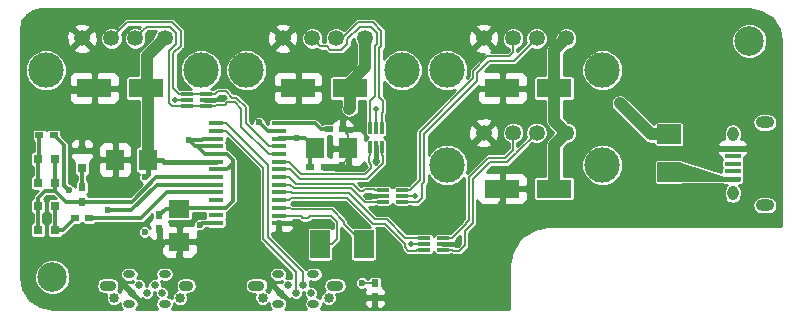
<source format=gbr>
G04 #@! TF.FileFunction,Copper,L1,Top,Signal*
%FSLAX46Y46*%
G04 Gerber Fmt 4.6, Leading zero omitted, Abs format (unit mm)*
G04 Created by KiCad (PCBNEW (2015-07-04 BZR 5884, Git c1bbf3e)-product) date 08/02/2016 4:00:02 PM*
%MOMM*%
G01*
G04 APERTURE LIST*
%ADD10C,0.100000*%
%ADD11R,2.029460X1.651000*%
%ADD12R,1.700000X2.400000*%
%ADD13R,0.600000X0.700000*%
%ADD14R,0.700000X0.600000*%
%ADD15R,0.797560X0.797560*%
%ADD16C,1.350000*%
%ADD17C,3.000000*%
%ADD18R,2.999740X1.600200*%
%ADD19R,1.270000X0.406400*%
%ADD20C,2.500000*%
%ADD21R,1.350000X0.400000*%
%ADD22O,0.950000X1.250000*%
%ADD23O,1.550000X1.000000*%
%ADD24R,0.990000X0.300000*%
%ADD25R,0.300000X0.990000*%
%ADD26C,0.850000*%
%ADD27O,1.400000X0.900000*%
%ADD28O,1.200000X0.900000*%
%ADD29O,1.000000X0.700000*%
%ADD30C,0.650000*%
%ADD31R,1.600200X1.803400*%
%ADD32R,1.803400X1.600200*%
%ADD33C,0.600000*%
%ADD34C,0.500000*%
%ADD35C,0.890000*%
%ADD36C,0.200000*%
%ADD37C,1.000000*%
%ADD38C,0.400000*%
%ADD39C,0.250000*%
%ADD40C,0.300000*%
%ADD41C,0.254000*%
G04 APERTURE END LIST*
D10*
D11*
X155200000Y-88084960D03*
X155200000Y-84915040D03*
D12*
X125650000Y-94200000D03*
X129350000Y-94200000D03*
D13*
X112050000Y-91750000D03*
X112050000Y-92950000D03*
D14*
X124850000Y-87700000D03*
X126050000Y-87700000D03*
D15*
X103249300Y-87000000D03*
X101750700Y-87000000D03*
X101750700Y-89000000D03*
X103249300Y-89000000D03*
X103249300Y-91000000D03*
X101750700Y-91000000D03*
X101750700Y-93000000D03*
X103249300Y-93000000D03*
X105500000Y-87749300D03*
X105500000Y-86250700D03*
D16*
X105500000Y-76780000D03*
X112500000Y-76780000D03*
X110000000Y-76780000D03*
D17*
X102430000Y-79490000D03*
D16*
X108000000Y-76780000D03*
D17*
X115570000Y-79490000D03*
D16*
X122500000Y-76780000D03*
X129500000Y-76780000D03*
X127000000Y-76780000D03*
D17*
X119430000Y-79490000D03*
D16*
X125000000Y-76780000D03*
D17*
X132570000Y-79490000D03*
D16*
X139500000Y-76780000D03*
X146500000Y-76780000D03*
X144000000Y-76780000D03*
D17*
X136430000Y-79490000D03*
D16*
X142000000Y-76780000D03*
D17*
X149570000Y-79490000D03*
D16*
X139500000Y-84780000D03*
X146500000Y-84780000D03*
X144000000Y-84780000D03*
D17*
X136430000Y-87490000D03*
D16*
X142000000Y-84780000D03*
D17*
X149570000Y-87490000D03*
D14*
X126400000Y-84500000D03*
X127600000Y-84500000D03*
X101900000Y-85000000D03*
X103100000Y-85000000D03*
X104900000Y-92000000D03*
X106100000Y-92000000D03*
D13*
X105500000Y-89400000D03*
X105500000Y-90600000D03*
D18*
X128199640Y-81000000D03*
X123800360Y-81000000D03*
X145500000Y-81000000D03*
X141100720Y-81000000D03*
X145500000Y-89500000D03*
X141100720Y-89500000D03*
D19*
X122167000Y-84614000D03*
X122167000Y-83979000D03*
X116833000Y-87879000D03*
X116833000Y-88514000D03*
X116833000Y-89814000D03*
X116833000Y-89179000D03*
X122167000Y-85279000D03*
X122167000Y-85914000D03*
X122167000Y-92421000D03*
X122167000Y-91786000D03*
X122167000Y-91125600D03*
X122167000Y-90465200D03*
X122167000Y-89830200D03*
X122167000Y-89169800D03*
X122167000Y-88509400D03*
X122167000Y-87874400D03*
X122167000Y-87214000D03*
X122167000Y-86579000D03*
X116833000Y-90479000D03*
X116833000Y-91114000D03*
X116833000Y-91774400D03*
X116833000Y-92409400D03*
X116833000Y-83969800D03*
X116833000Y-84630200D03*
X116833000Y-85265200D03*
X116833000Y-85925600D03*
X116833000Y-86586000D03*
X116833000Y-87221000D03*
D13*
X130300000Y-98700000D03*
X130300000Y-97500000D03*
D20*
X103000000Y-97000000D03*
X162000000Y-77000000D03*
D21*
X160600000Y-88700000D03*
X160600000Y-88050000D03*
X160600000Y-87400000D03*
X160600000Y-86750000D03*
X160600000Y-86100000D03*
D22*
X160600000Y-89900000D03*
X160600000Y-84900000D03*
D23*
X163300000Y-90900000D03*
X163300000Y-83900000D03*
D24*
X116000000Y-82500000D03*
X116000000Y-82000000D03*
X116000000Y-81500000D03*
X114400000Y-81500000D03*
X114400000Y-82000000D03*
X114400000Y-82500000D03*
D25*
X129900000Y-86000000D03*
X130400000Y-86000000D03*
X130900000Y-86000000D03*
X130900000Y-84400000D03*
X130400000Y-84400000D03*
X129900000Y-84400000D03*
D24*
X131000000Y-89600000D03*
X131000000Y-90100000D03*
X131000000Y-90600000D03*
X132600000Y-90600000D03*
X132600000Y-90100000D03*
X132600000Y-89600000D03*
X136100000Y-94700000D03*
X136100000Y-94200000D03*
X136100000Y-93700000D03*
X134500000Y-93700000D03*
X134500000Y-94200000D03*
X134500000Y-94700000D03*
D18*
X110949640Y-81000000D03*
X106550360Y-81000000D03*
D26*
X113800000Y-98750000D03*
D27*
X107675000Y-97710000D03*
D28*
X114325000Y-97710000D03*
D29*
X112500000Y-96750000D03*
X112500000Y-99250000D03*
X109500000Y-96750000D03*
X109500000Y-99250000D03*
D30*
X112300000Y-98350000D03*
X111000000Y-98350000D03*
X111650000Y-97650000D03*
X110350000Y-97650000D03*
X109700000Y-98350000D03*
D26*
X108200000Y-98750000D03*
X126400000Y-98750000D03*
D27*
X120275000Y-97710000D03*
X126925000Y-97710000D03*
D29*
X125100000Y-96750000D03*
X125100000Y-99250000D03*
X122100000Y-96750000D03*
X122100000Y-99250000D03*
D30*
X124900000Y-98350000D03*
X123600000Y-98350000D03*
X124250000Y-97650000D03*
X122950000Y-97650000D03*
X122300000Y-98350000D03*
D26*
X120800000Y-98750000D03*
D31*
X111097000Y-87050000D03*
X108303000Y-87050000D03*
D32*
X113750000Y-91203000D03*
X113750000Y-93997000D03*
D31*
X125253000Y-86100000D03*
X128047000Y-86100000D03*
D33*
X110800000Y-93182924D03*
D34*
X133400000Y-94200000D03*
X133400000Y-94200000D03*
X133700000Y-90100000D03*
X133700000Y-90100000D03*
X130415897Y-82750000D03*
X113400000Y-82000000D03*
X113400000Y-82000000D03*
D35*
X145491534Y-82750000D03*
X128153041Y-82750000D03*
X111100000Y-82750000D03*
X111100000Y-82750000D03*
X151050000Y-82300000D03*
D33*
X110800000Y-88550000D03*
X110800000Y-88550000D03*
X128500000Y-92000000D03*
X130750000Y-91549990D03*
X136733584Y-92983584D03*
D34*
X137200000Y-94200000D03*
X137200000Y-94200000D03*
X129700000Y-90100000D03*
X129700000Y-90100000D03*
X130400000Y-87100000D03*
X130400000Y-87100000D03*
X117400000Y-81799990D03*
D33*
X162300000Y-86100000D03*
X158700000Y-84900000D03*
X158800000Y-86100000D03*
X123800000Y-92500000D03*
X123800000Y-92500000D03*
X122200000Y-93700000D03*
X122200000Y-93700000D03*
X140400000Y-91200000D03*
X140400000Y-91200000D03*
X141400000Y-79300000D03*
X141400000Y-79300000D03*
X104200000Y-81400000D03*
X104200000Y-81400000D03*
X106500000Y-82700000D03*
X106800000Y-87200000D03*
X106800000Y-87200000D03*
X106800000Y-86200000D03*
X113700000Y-95200000D03*
X112300000Y-94300000D03*
X127500000Y-87500000D03*
X123500000Y-79500000D03*
X114550000Y-85400000D03*
X120518000Y-83900000D03*
X123700000Y-85250000D03*
X123700000Y-85250000D03*
X115500000Y-92550000D03*
X129200000Y-97500000D03*
X129200000Y-97500000D03*
X104400000Y-89650000D03*
X104400000Y-89650000D03*
X107678496Y-91349990D03*
D36*
X134500000Y-94200000D02*
X133400000Y-94200000D01*
X132600000Y-90100000D02*
X133700000Y-90100000D01*
X130400000Y-84400000D02*
X130400000Y-82765897D01*
X130400000Y-82765897D02*
X130415897Y-82750000D01*
X114400000Y-82000000D02*
X113400000Y-82000000D01*
D37*
X155200000Y-84915040D02*
X153665040Y-84915040D01*
X153665040Y-84915040D02*
X151050000Y-82300000D01*
X145500000Y-81000000D02*
X145500000Y-82741534D01*
X145500000Y-82741534D02*
X145491534Y-82750000D01*
X145500000Y-83780000D02*
X145500000Y-82758466D01*
X145500000Y-82758466D02*
X145491534Y-82750000D01*
X128199640Y-81000000D02*
X128199640Y-82703401D01*
X128199640Y-82703401D02*
X128153041Y-82750000D01*
X128199640Y-80550360D02*
X129500000Y-79250000D01*
X129500000Y-79250000D02*
X129500000Y-76780000D01*
X128199640Y-81000000D02*
X128199640Y-80550360D01*
D38*
X111097000Y-87050000D02*
X111097000Y-88253000D01*
X111097000Y-87050000D02*
X112297100Y-87050000D01*
X112297100Y-87050000D02*
X112468100Y-87221000D01*
X112468100Y-87221000D02*
X115798000Y-87221000D01*
X115798000Y-87221000D02*
X116833000Y-87221000D01*
D37*
X111100000Y-82750000D02*
X111100000Y-87047000D01*
X111100000Y-87047000D02*
X111097000Y-87050000D01*
X145500000Y-89500000D02*
X145500000Y-85780000D01*
X145500000Y-85780000D02*
X146500000Y-84780000D01*
X145500000Y-83780000D02*
X146500000Y-84780000D01*
X145500000Y-81000000D02*
X145500000Y-77780000D01*
X145500000Y-77780000D02*
X146500000Y-76780000D01*
X111000000Y-81000000D02*
X111000000Y-78280000D01*
X111000000Y-78280000D02*
X112500000Y-76780000D01*
X111100000Y-82750000D02*
X111100000Y-81100000D01*
X111100000Y-81100000D02*
X111000000Y-81000000D01*
D38*
X111097000Y-88253000D02*
X110800000Y-88550000D01*
D39*
X136733584Y-92983584D02*
X135299990Y-91549990D01*
X135299990Y-91549990D02*
X130750000Y-91549990D01*
D36*
X136100000Y-94200000D02*
X137200000Y-94200000D01*
X131000000Y-90100000D02*
X129700000Y-90100000D01*
D39*
X130400000Y-86000000D02*
X130400000Y-87100000D01*
D36*
X116000000Y-82000000D02*
X117199990Y-82000000D01*
X117199990Y-82000000D02*
X117400000Y-81799990D01*
D38*
X160600000Y-86100000D02*
X162300000Y-86100000D01*
X160600000Y-86100000D02*
X158800000Y-86100000D01*
D36*
X123800000Y-92500000D02*
X122246000Y-92500000D01*
X122246000Y-92500000D02*
X122167000Y-92421000D01*
X122167000Y-92421000D02*
X122167000Y-93667000D01*
X122167000Y-93667000D02*
X122200000Y-93700000D01*
X141100720Y-89500000D02*
X141100720Y-90499280D01*
X141100720Y-90499280D02*
X140400000Y-91200000D01*
X141100720Y-81000000D02*
X141100720Y-79599280D01*
X141100720Y-79599280D02*
X141400000Y-79300000D01*
X104200000Y-81400000D02*
X106200720Y-81400000D01*
X106200720Y-81400000D02*
X106600720Y-81000000D01*
X106600720Y-81000000D02*
X106600720Y-82599280D01*
X106600720Y-82599280D02*
X106500000Y-82700000D01*
X106800000Y-87200000D02*
X108153000Y-87200000D01*
X108153000Y-87200000D02*
X108303000Y-87050000D01*
X105500000Y-86250700D02*
X106749300Y-86250700D01*
X106749300Y-86250700D02*
X106800000Y-86200000D01*
X113750000Y-93997000D02*
X113750000Y-95150000D01*
X113750000Y-95150000D02*
X113700000Y-95200000D01*
X112050000Y-92950000D02*
X112050000Y-94050000D01*
X112050000Y-94050000D02*
X112300000Y-94300000D01*
X113750000Y-93997000D02*
X112603000Y-93997000D01*
X112603000Y-93997000D02*
X112300000Y-94300000D01*
X128047000Y-86100000D02*
X128047000Y-84947000D01*
X128047000Y-84947000D02*
X127600000Y-84500000D01*
X127500000Y-87500000D02*
X126250000Y-87500000D01*
X126250000Y-87500000D02*
X126050000Y-87700000D01*
X128047000Y-86100000D02*
X128047000Y-86953000D01*
X128047000Y-86953000D02*
X127500000Y-87500000D01*
X123800360Y-81000000D02*
X123800360Y-79800360D01*
X123800360Y-79800360D02*
X123500000Y-79500000D01*
D40*
X116833000Y-86586000D02*
X115898000Y-86586000D01*
X115898000Y-86586000D02*
X115237600Y-85925600D01*
X115237600Y-85925600D02*
X115075600Y-85925600D01*
X116833000Y-85925600D02*
X115075600Y-85925600D01*
X115075600Y-85925600D02*
X114550000Y-85400000D01*
X115650000Y-85400000D02*
X115784800Y-85265200D01*
X115784800Y-85265200D02*
X116833000Y-85265200D01*
X114550000Y-85400000D02*
X115650000Y-85400000D01*
X122167000Y-84614000D02*
X121232000Y-84614000D01*
X121232000Y-84614000D02*
X120518000Y-83900000D01*
X113750000Y-91203000D02*
X112597000Y-91203000D01*
X112597000Y-91203000D02*
X112050000Y-91750000D01*
X116833000Y-91114000D02*
X113839000Y-91114000D01*
X113839000Y-91114000D02*
X113750000Y-91203000D01*
X116833000Y-91114000D02*
X117666202Y-91114000D01*
X117666202Y-91114000D02*
X118250000Y-90530202D01*
X118250000Y-90530202D02*
X118250000Y-87397000D01*
X118250000Y-87068000D02*
X118250000Y-87397000D01*
X118250000Y-87397000D02*
X117768000Y-87879000D01*
X117768000Y-87879000D02*
X116833000Y-87879000D01*
X116833000Y-86586000D02*
X117768000Y-86586000D01*
X117768000Y-86586000D02*
X118250000Y-87068000D01*
X124850000Y-87700000D02*
X124850000Y-86503000D01*
X124850000Y-86503000D02*
X125253000Y-86100000D01*
X123700000Y-85250000D02*
X124403000Y-85250000D01*
X124403000Y-85250000D02*
X125253000Y-86100000D01*
X123700000Y-85250000D02*
X122196000Y-85250000D01*
X122196000Y-85250000D02*
X122167000Y-85279000D01*
X116833000Y-92409400D02*
X115640600Y-92409400D01*
X115640600Y-92409400D02*
X115500000Y-92550000D01*
X101750700Y-93000000D02*
X101750700Y-91000000D01*
X101750700Y-90301220D02*
X101750700Y-91000000D01*
X103249300Y-89000000D02*
X103249300Y-87000000D01*
X105500000Y-90600000D02*
X104150520Y-90600000D01*
X116833000Y-88514000D02*
X111798002Y-88514000D01*
X111798002Y-88514000D02*
X109712002Y-90600000D01*
X109712002Y-90600000D02*
X106100000Y-90600000D01*
X106100000Y-90600000D02*
X105500000Y-90600000D01*
X103249300Y-89698780D02*
X102353140Y-89698780D01*
X102353140Y-89698780D02*
X101750700Y-90301220D01*
X104150520Y-90600000D02*
X103249300Y-89698780D01*
X103249300Y-89698780D02*
X103249300Y-89000000D01*
X101750700Y-89000000D02*
X101750700Y-87000000D01*
X101900000Y-85000000D02*
X101900000Y-86850700D01*
X101900000Y-86850700D02*
X101750700Y-87000000D01*
X105500000Y-89400000D02*
X105500000Y-87749300D01*
D36*
X123600000Y-96553701D02*
X123600000Y-97962003D01*
X123600000Y-97962003D02*
X123600000Y-97600000D01*
X123600000Y-98350000D02*
X123600000Y-97962003D01*
X120831989Y-87794189D02*
X120831989Y-93785690D01*
X120831989Y-93785690D02*
X123600000Y-96553701D01*
X116833000Y-84630200D02*
X117668000Y-84630200D01*
X117668000Y-84630200D02*
X120831989Y-87794189D01*
X124111998Y-96500000D02*
X124111998Y-96511998D01*
X124111998Y-96511998D02*
X124199990Y-96599990D01*
X124199990Y-96599990D02*
X124199990Y-97034305D01*
X124199990Y-97034305D02*
X124250000Y-97084315D01*
X124250000Y-97084315D02*
X124250000Y-97650000D01*
X116833000Y-83969800D02*
X117668000Y-83969800D01*
X117668000Y-83969800D02*
X121231999Y-87533799D01*
X121231999Y-87533799D02*
X121231999Y-93620001D01*
X121231999Y-93620001D02*
X124111998Y-96500000D01*
X129200000Y-97500000D02*
X130300000Y-97500000D01*
D40*
X126400000Y-84500000D02*
X125750000Y-84500000D01*
X125750000Y-84500000D02*
X125229000Y-83979000D01*
X125229000Y-83979000D02*
X123102000Y-83979000D01*
X123102000Y-83979000D02*
X122167000Y-83979000D01*
X104400000Y-89650000D02*
X103998081Y-89248081D01*
X103998081Y-89248081D02*
X103998081Y-85848081D01*
X103998081Y-85848081D02*
X103150000Y-85000000D01*
X103150000Y-85000000D02*
X103100000Y-85000000D01*
X116833000Y-89179000D02*
X111840122Y-89179000D01*
X111840122Y-89179000D02*
X109669132Y-91349990D01*
X109669132Y-91349990D02*
X107678496Y-91349990D01*
X106100000Y-92000000D02*
X110519998Y-92000000D01*
X110519998Y-92000000D02*
X112705998Y-89814000D01*
X112705998Y-89814000D02*
X115898000Y-89814000D01*
X115898000Y-89814000D02*
X116833000Y-89814000D01*
D36*
X124749404Y-91810798D02*
X124770956Y-91797256D01*
X122167000Y-91786000D02*
X123992939Y-91786000D01*
X124117863Y-91948986D02*
X124131405Y-91970538D01*
X124794981Y-91788849D02*
X124820275Y-91786000D01*
X124717863Y-91850349D02*
X124731405Y-91828797D01*
X123992939Y-91786000D02*
X124018232Y-91788849D01*
X124618232Y-92010486D02*
X124642257Y-92002079D01*
X124018232Y-91788849D02*
X124042257Y-91797256D01*
X124220275Y-92013336D02*
X124592939Y-92013336D01*
X124042257Y-91797256D02*
X124063809Y-91810798D01*
X124081808Y-91828797D02*
X124095350Y-91850349D01*
X124063809Y-91810798D02*
X124081808Y-91828797D01*
X124131405Y-91970538D02*
X124149404Y-91988537D01*
X124095350Y-91850349D02*
X124103757Y-91874374D01*
X124170956Y-92002079D02*
X124194981Y-92010486D01*
X127100000Y-92300000D02*
X127100000Y-93800000D01*
X124103757Y-91874374D02*
X124109456Y-91924961D01*
X124731405Y-91828797D02*
X124749404Y-91810798D01*
X124194981Y-92010486D02*
X124220275Y-92013336D01*
X124109456Y-91924961D02*
X124117863Y-91948986D01*
X124149404Y-91988537D02*
X124170956Y-92002079D01*
X124592939Y-92013336D02*
X124618232Y-92010486D01*
X124642257Y-92002079D02*
X124663809Y-91988537D01*
X127100000Y-93800000D02*
X126700000Y-94200000D01*
X124663809Y-91988537D02*
X124681808Y-91970538D01*
X124703757Y-91924961D02*
X124709456Y-91874374D01*
X124681808Y-91970538D02*
X124695350Y-91948986D01*
X124695350Y-91948986D02*
X124703757Y-91924961D01*
X124709456Y-91874374D02*
X124717863Y-91850349D01*
X124820275Y-91786000D02*
X126586000Y-91786000D01*
X124770956Y-91797256D02*
X124794981Y-91788849D01*
X126586000Y-91786000D02*
X127100000Y-92300000D01*
X126700000Y-94200000D02*
X125650000Y-94200000D01*
X126634500Y-91265800D02*
X127689999Y-92321299D01*
X127689999Y-92321299D02*
X127689999Y-92539999D01*
X127689999Y-92539999D02*
X129350000Y-94200000D01*
X122167000Y-91125600D02*
X123119500Y-91125600D01*
X123119500Y-91125600D02*
X123259700Y-91265800D01*
X123259700Y-91265800D02*
X126634500Y-91265800D01*
X122167000Y-86579000D02*
X121310313Y-86579000D01*
X121310313Y-86579000D02*
X119010000Y-84278687D01*
X119010000Y-84278687D02*
X119010000Y-82778700D01*
X119010000Y-82778700D02*
X118421300Y-82190000D01*
X118421300Y-82190000D02*
X117823992Y-82190000D01*
X117823992Y-82190000D02*
X117613982Y-82400010D01*
X116842490Y-82400010D02*
X116742500Y-82500000D01*
X117613982Y-82400010D02*
X116842490Y-82400010D01*
X116742500Y-82500000D02*
X116000000Y-82500000D01*
X112849999Y-81249999D02*
X112849999Y-82264001D01*
X113705000Y-82500000D02*
X114400000Y-82500000D01*
X112849999Y-82264001D02*
X113135999Y-82550001D01*
X113135999Y-82550001D02*
X113654999Y-82550001D01*
X113654999Y-82550001D02*
X113705000Y-82500000D01*
X112849999Y-81210698D02*
X112849999Y-81249999D01*
X113475001Y-76311999D02*
X112968001Y-75804999D01*
X112849999Y-81249999D02*
X112849999Y-77873003D01*
X112849999Y-77873003D02*
X113475001Y-77248001D01*
X113475001Y-77248001D02*
X113475001Y-76311999D01*
X112968001Y-75804999D02*
X110975001Y-75804999D01*
X110975001Y-75804999D02*
X110674999Y-76105001D01*
X110674999Y-76105001D02*
X110000000Y-76780000D01*
X116000000Y-82500000D02*
X114400000Y-82500000D01*
X122167000Y-85914000D02*
X121332000Y-85914000D01*
X116742500Y-81500000D02*
X116000000Y-81500000D01*
X121332000Y-85914000D02*
X119390000Y-83972000D01*
X119390000Y-83972000D02*
X119390000Y-82621300D01*
X119390000Y-82621300D02*
X118578700Y-81810000D01*
X118578700Y-81810000D02*
X118224012Y-81810000D01*
X118224012Y-81810000D02*
X117664001Y-81249989D01*
X116992511Y-81249989D02*
X116742500Y-81500000D01*
X117664001Y-81249989D02*
X116992511Y-81249989D01*
X114400000Y-81500000D02*
X113705000Y-81500000D01*
X113705000Y-81500000D02*
X113229989Y-81024989D01*
X113229989Y-81024989D02*
X113229989Y-78030399D01*
X113229989Y-78030399D02*
X113854991Y-77405398D01*
X113854991Y-77405398D02*
X113854991Y-76154602D01*
X113854991Y-76154602D02*
X113125398Y-75425009D01*
X113125398Y-75425009D02*
X109354991Y-75425009D01*
X109354991Y-75425009D02*
X108674999Y-76105001D01*
X108674999Y-76105001D02*
X108000000Y-76780000D01*
X116000000Y-81500000D02*
X114400000Y-81500000D01*
X128874602Y-75425009D02*
X127519611Y-76780000D01*
X127519611Y-76780000D02*
X127380000Y-76780000D01*
X127380000Y-76780000D02*
X127000000Y-76780000D01*
X130900000Y-84400000D02*
X130900000Y-83079899D01*
X130900000Y-83079899D02*
X130965898Y-83014001D01*
X127519612Y-76780000D02*
X127000000Y-76780000D01*
X130965898Y-83014001D02*
X130965898Y-82065898D01*
X130965898Y-82065898D02*
X130679998Y-81779998D01*
X130679998Y-81779998D02*
X130679998Y-77580391D01*
X130679998Y-77580391D02*
X130854991Y-77405398D01*
X130854991Y-77405398D02*
X130854991Y-76154602D01*
X130854991Y-76154602D02*
X130125398Y-75425009D01*
X130125398Y-75425009D02*
X128874602Y-75425009D01*
X122167000Y-87874400D02*
X123125014Y-87874400D01*
X123930604Y-88679991D02*
X129634011Y-88679991D01*
X130900000Y-86695000D02*
X130900000Y-86000000D01*
X123125014Y-87874400D02*
X123930604Y-88679991D01*
X129634011Y-88679991D02*
X130950001Y-87364001D01*
X130950001Y-87364001D02*
X130950001Y-86745001D01*
X130950001Y-86745001D02*
X130900000Y-86695000D01*
X130900000Y-86345000D02*
X130900000Y-86000000D01*
X126531999Y-77755001D02*
X126228371Y-77451373D01*
X126228371Y-77451373D02*
X126224745Y-77454999D01*
X126224745Y-77454999D02*
X125674999Y-77454999D01*
X125674999Y-77454999D02*
X125000000Y-76780000D01*
X129031999Y-75804999D02*
X127975001Y-76861997D01*
X127975001Y-76861997D02*
X127975001Y-77248001D01*
X127975001Y-77248001D02*
X127468001Y-77755001D01*
X127468001Y-77755001D02*
X126531999Y-77755001D01*
X122167000Y-87214000D02*
X123002000Y-87214000D01*
X129900000Y-86045000D02*
X129900000Y-86000000D01*
X123002000Y-87214000D02*
X124088001Y-88300001D01*
X124088001Y-88300001D02*
X129476615Y-88300001D01*
X129476615Y-88300001D02*
X130000000Y-87776616D01*
X129787969Y-87287969D02*
X129787969Y-86807030D01*
X129787969Y-86807030D02*
X129900000Y-86695000D01*
X130000000Y-87776616D02*
X130000000Y-87500000D01*
X130000000Y-87500000D02*
X129787969Y-87287969D01*
X129900000Y-86695000D02*
X129900000Y-86045000D01*
X129900000Y-84400000D02*
X129900000Y-83705000D01*
X129900000Y-83705000D02*
X129865896Y-83670896D01*
X129865896Y-83670896D02*
X129865896Y-82100101D01*
X129865896Y-82100101D02*
X130300008Y-81665989D01*
X130300008Y-77422994D02*
X130475001Y-77248001D01*
X130300008Y-81665989D02*
X130300008Y-77422994D01*
X130475001Y-77248001D02*
X130475001Y-76311999D01*
X130475001Y-76311999D02*
X129968001Y-75804999D01*
X129968001Y-75804999D02*
X129031999Y-75804999D01*
X142268700Y-78511300D02*
X144000000Y-76780000D01*
X139978700Y-78690000D02*
X142090000Y-78690000D01*
X142090000Y-78690000D02*
X142268700Y-78511300D01*
X138990000Y-79678700D02*
X139978700Y-78690000D01*
X138990000Y-80410000D02*
X138990000Y-79678700D01*
X134479990Y-84920010D02*
X138990000Y-80410000D01*
X132600000Y-90600000D02*
X133385998Y-90600000D01*
X133385998Y-90600000D02*
X133435999Y-90650001D01*
X133435999Y-90650001D02*
X133964001Y-90650001D01*
X134300000Y-90314002D02*
X134300000Y-89132387D01*
X133964001Y-90650001D02*
X134300000Y-90314002D01*
X134300000Y-89132387D02*
X134479990Y-88952397D01*
X134479990Y-88952397D02*
X134479990Y-84920010D01*
X123435203Y-89479990D02*
X128265988Y-89479990D01*
X128265988Y-89479990D02*
X129435999Y-90650001D01*
X129435999Y-90650001D02*
X130254999Y-90650001D01*
X130254999Y-90650001D02*
X130305000Y-90600000D01*
X130305000Y-90600000D02*
X131000000Y-90600000D01*
X122167000Y-89169800D02*
X123125014Y-89169800D01*
X123125014Y-89169800D02*
X123435203Y-89479990D01*
X139821300Y-78310000D02*
X141679961Y-78310000D01*
X142000000Y-77980914D02*
X142000000Y-76780000D01*
X141679961Y-78310000D02*
X141679961Y-78300953D01*
X141679961Y-78300953D02*
X142000000Y-77980914D01*
X138610000Y-79521300D02*
X139821300Y-78310000D01*
X133295000Y-89600000D02*
X134100000Y-88795000D01*
X134100000Y-88795000D02*
X134100000Y-84680000D01*
X132600000Y-89600000D02*
X133295000Y-89600000D01*
X134100000Y-84680000D02*
X138610000Y-80170000D01*
X138610000Y-80170000D02*
X138610000Y-79521300D01*
X122167000Y-88509400D02*
X123002000Y-88509400D01*
X123002000Y-88509400D02*
X123592600Y-89100000D01*
X123592600Y-89100000D02*
X128423385Y-89100000D01*
X128423385Y-89100000D02*
X129023384Y-89700000D01*
X129023384Y-89700000D02*
X129285998Y-89700000D01*
X129285998Y-89700000D02*
X129435999Y-89549999D01*
X130254999Y-89549999D02*
X130305000Y-89600000D01*
X129435999Y-89549999D02*
X130254999Y-89549999D01*
X130305000Y-89600000D02*
X131000000Y-89600000D01*
X140027386Y-87290000D02*
X141490000Y-87290000D01*
X141490000Y-87290000D02*
X142268700Y-86511300D01*
X142268700Y-86511300D02*
X144000000Y-84780000D01*
X138609991Y-88707395D02*
X140027386Y-87290000D01*
X138609991Y-92422396D02*
X138609991Y-88707395D01*
X137900000Y-93132386D02*
X138609991Y-92422396D01*
X136100000Y-94700000D02*
X136885998Y-94700000D01*
X136885998Y-94700000D02*
X136935999Y-94750001D01*
X136935999Y-94750001D02*
X137464001Y-94750001D01*
X137464001Y-94750001D02*
X137900000Y-94314002D01*
X137900000Y-94314002D02*
X137900000Y-93132386D01*
X131142604Y-92479990D02*
X132849999Y-94187385D01*
X132849999Y-94187385D02*
X132849999Y-94464001D01*
X132849999Y-94464001D02*
X133135999Y-94750001D01*
X133135999Y-94750001D02*
X133754999Y-94750001D01*
X133754999Y-94750001D02*
X133805000Y-94700000D01*
X133805000Y-94700000D02*
X134500000Y-94700000D01*
X123187210Y-90279990D02*
X127962904Y-90279990D01*
X127962904Y-90279990D02*
X130162903Y-92479990D01*
X130162903Y-92479990D02*
X131142604Y-92479990D01*
X122167000Y-90465200D02*
X123002000Y-90465200D01*
X123002000Y-90465200D02*
X123187210Y-90279990D01*
X139870000Y-86910000D02*
X141332599Y-86910000D01*
X141332599Y-86910000D02*
X142000000Y-86242599D01*
X142000000Y-86242599D02*
X142000000Y-84780000D01*
X138230001Y-88549999D02*
X139870000Y-86910000D01*
X136795000Y-93700000D02*
X138007978Y-92487022D01*
X138007978Y-92487022D02*
X138007978Y-92392022D01*
X138007978Y-92392022D02*
X138230001Y-92169999D01*
X138230001Y-92169999D02*
X138230001Y-88549999D01*
X122167000Y-89830200D02*
X123219714Y-89830200D01*
X123219714Y-89830200D02*
X123289514Y-89900000D01*
X123289514Y-89900000D02*
X128120300Y-89900000D01*
X128120300Y-89900000D02*
X130320300Y-92100000D01*
X131300001Y-92100000D02*
X132849999Y-93649999D01*
X130320300Y-92100000D02*
X131300001Y-92100000D01*
X132849999Y-93649999D02*
X133754999Y-93649999D01*
X133805000Y-93700000D02*
X134500000Y-93700000D01*
X133754999Y-93649999D02*
X133805000Y-93700000D01*
X136100000Y-93700000D02*
X136795000Y-93700000D01*
D40*
X103249300Y-93000000D02*
X103900000Y-93000000D01*
X103249300Y-91000000D02*
X103249300Y-93000000D01*
X103900000Y-93000000D02*
X104900000Y-92000000D01*
D41*
G36*
X163028264Y-74517548D02*
X163899985Y-75100015D01*
X164482451Y-75971735D01*
X164693000Y-77030237D01*
X164693000Y-92693000D01*
X145000000Y-92693000D01*
X144970344Y-92698899D01*
X144940108Y-92698899D01*
X143792057Y-92927260D01*
X143681390Y-92973100D01*
X142708120Y-93623419D01*
X142623419Y-93708120D01*
X141973102Y-94681387D01*
X141973100Y-94681389D01*
X141927260Y-94792057D01*
X141698899Y-95940107D01*
X141698899Y-95970344D01*
X141693000Y-96000000D01*
X141693000Y-99693000D01*
X125708816Y-99693000D01*
X125844494Y-99489943D01*
X125892222Y-99250000D01*
X125888491Y-99231243D01*
X126001830Y-99344780D01*
X126259751Y-99451878D01*
X126539024Y-99452122D01*
X126797132Y-99345474D01*
X126994780Y-99148170D01*
X127101878Y-98890249D01*
X127101933Y-98827000D01*
X129523750Y-98827000D01*
X129365000Y-98985750D01*
X129365000Y-99176309D01*
X129461673Y-99409698D01*
X129640301Y-99588327D01*
X129873690Y-99685000D01*
X130014250Y-99685000D01*
X130173000Y-99526250D01*
X130173000Y-98827000D01*
X130427000Y-98827000D01*
X130427000Y-99526250D01*
X130585750Y-99685000D01*
X130726310Y-99685000D01*
X130959699Y-99588327D01*
X131138327Y-99409698D01*
X131235000Y-99176309D01*
X131235000Y-98985750D01*
X131076250Y-98827000D01*
X130427000Y-98827000D01*
X130173000Y-98827000D01*
X130173000Y-98827000D01*
X129523750Y-98827000D01*
X127101933Y-98827000D01*
X127102122Y-98610976D01*
X127030237Y-98437000D01*
X127194141Y-98437000D01*
X127472352Y-98381660D01*
X127708208Y-98224067D01*
X127865801Y-97988211D01*
X127921141Y-97710000D01*
X127865801Y-97431789D01*
X127708208Y-97195933D01*
X127472352Y-97038340D01*
X127194141Y-96983000D01*
X126655859Y-96983000D01*
X126377648Y-97038340D01*
X126141792Y-97195933D01*
X125984199Y-97431789D01*
X125928859Y-97710000D01*
X125984199Y-97988211D01*
X126075323Y-98124588D01*
X126002868Y-98154526D01*
X125805220Y-98351830D01*
X125698122Y-98609751D01*
X125697956Y-98799547D01*
X125505165Y-98670728D01*
X125425258Y-98654833D01*
X125501895Y-98470271D01*
X125502104Y-98230780D01*
X125410648Y-98009440D01*
X125241451Y-97839947D01*
X125020271Y-97748105D01*
X124851914Y-97747958D01*
X124852104Y-97530780D01*
X124775470Y-97345311D01*
X124934778Y-97377000D01*
X125265222Y-97377000D01*
X125505165Y-97329272D01*
X125708578Y-97193356D01*
X125844494Y-96989943D01*
X125868835Y-96867573D01*
X130000000Y-96867573D01*
X129894381Y-96888066D01*
X129801551Y-96949045D01*
X129739412Y-97041102D01*
X129722988Y-97123000D01*
X129638947Y-97123000D01*
X129527271Y-97011129D01*
X129315276Y-96923100D01*
X129085731Y-96922900D01*
X128873583Y-97010558D01*
X128711129Y-97172729D01*
X128623100Y-97384724D01*
X128622900Y-97614269D01*
X128710558Y-97826417D01*
X128872729Y-97988871D01*
X129084724Y-98076900D01*
X129314269Y-98077100D01*
X129448734Y-98021540D01*
X129365000Y-98223691D01*
X129365000Y-98414250D01*
X129523750Y-98573000D01*
X130173000Y-98573000D01*
X130173000Y-98553000D01*
X130427000Y-98553000D01*
X130427000Y-98573000D01*
X131076250Y-98573000D01*
X131235000Y-98414250D01*
X131235000Y-98223691D01*
X131138327Y-97990302D01*
X130959699Y-97811673D01*
X130882427Y-97779666D01*
X130882427Y-97150000D01*
X130861934Y-97044381D01*
X130800955Y-96951551D01*
X130708898Y-96889412D01*
X130600000Y-96867573D01*
X130000000Y-96867573D01*
X125868835Y-96867573D01*
X125892222Y-96750000D01*
X125844494Y-96510057D01*
X125708578Y-96306644D01*
X125505165Y-96170728D01*
X125265222Y-96123000D01*
X124934778Y-96123000D01*
X124694835Y-96170728D01*
X124491422Y-96306644D01*
X124470053Y-96338625D01*
X124466569Y-96333410D01*
X124402739Y-96269581D01*
X124378578Y-96233421D01*
X121608999Y-93463843D01*
X121608999Y-93259200D01*
X121881250Y-93259200D01*
X122040000Y-93100450D01*
X122040000Y-92522600D01*
X122294000Y-92522600D01*
X122294000Y-93100450D01*
X122452750Y-93259200D01*
X122928310Y-93259200D01*
X123161699Y-93162527D01*
X123340327Y-92983898D01*
X123437000Y-92750509D01*
X123437000Y-92681350D01*
X123278250Y-92522600D01*
X122294000Y-92522600D01*
X122040000Y-92522600D01*
X122040000Y-92522600D01*
X122020000Y-92522600D01*
X122020000Y-92319400D01*
X122040000Y-92319400D01*
X122040000Y-92274000D01*
X122294000Y-92274000D01*
X122294000Y-92319400D01*
X123278250Y-92319400D01*
X123434650Y-92163000D01*
X123807092Y-92163000D01*
X123812190Y-92171114D01*
X123831893Y-92191955D01*
X123836758Y-92200202D01*
X123840185Y-92202781D01*
X123841937Y-92206696D01*
X123848894Y-92213273D01*
X123864826Y-92237117D01*
X123882824Y-92255116D01*
X123906668Y-92271048D01*
X123913245Y-92278005D01*
X123917161Y-92279757D01*
X123919740Y-92283184D01*
X123927988Y-92288049D01*
X123948828Y-92307752D01*
X123970380Y-92321294D01*
X123997172Y-92331521D01*
X124005132Y-92336840D01*
X124009340Y-92337677D01*
X124012618Y-92340445D01*
X124021737Y-92343351D01*
X124046437Y-92357922D01*
X124070462Y-92366329D01*
X124098861Y-92370339D01*
X124107806Y-92373753D01*
X124116368Y-92373513D01*
X124152770Y-92385115D01*
X124178064Y-92387965D01*
X124199335Y-92386171D01*
X124220275Y-92390336D01*
X124592939Y-92390336D01*
X124613879Y-92386171D01*
X124635152Y-92387965D01*
X124660445Y-92385115D01*
X124696846Y-92373513D01*
X124705407Y-92373753D01*
X124714351Y-92370339D01*
X124742751Y-92366329D01*
X124766776Y-92357922D01*
X124791479Y-92343350D01*
X124800596Y-92340444D01*
X124803873Y-92337677D01*
X124808081Y-92336840D01*
X124816041Y-92331521D01*
X124842833Y-92321294D01*
X124864385Y-92307752D01*
X124885226Y-92288049D01*
X124893473Y-92283184D01*
X124896052Y-92279757D01*
X124899967Y-92278005D01*
X124906544Y-92271048D01*
X124930388Y-92255116D01*
X124948387Y-92237118D01*
X124964319Y-92213274D01*
X124971276Y-92206697D01*
X124973028Y-92202781D01*
X124976455Y-92200202D01*
X124981320Y-92191954D01*
X125001023Y-92171114D01*
X125006121Y-92163000D01*
X126429842Y-92163000D01*
X126723000Y-92456158D01*
X126723000Y-92835111D01*
X126700955Y-92801551D01*
X126608898Y-92739412D01*
X126500000Y-92717573D01*
X124800000Y-92717573D01*
X124694381Y-92738066D01*
X124601551Y-92799045D01*
X124539412Y-92891102D01*
X124517573Y-93000000D01*
X124517573Y-95400000D01*
X124538066Y-95505619D01*
X124599045Y-95598449D01*
X124691102Y-95660588D01*
X124800000Y-95682427D01*
X126500000Y-95682427D01*
X126605619Y-95661934D01*
X126698449Y-95600955D01*
X126760588Y-95508898D01*
X126782427Y-95400000D01*
X126782427Y-94560605D01*
X126844272Y-94548303D01*
X126966579Y-94466579D01*
X127366579Y-94066580D01*
X127448303Y-93944272D01*
X127452397Y-93923691D01*
X127477000Y-93800000D01*
X127477000Y-92860158D01*
X128217573Y-93600731D01*
X128217573Y-95400000D01*
X128238066Y-95505619D01*
X128299045Y-95598449D01*
X128391102Y-95660588D01*
X128500000Y-95682427D01*
X130200000Y-95682427D01*
X130305619Y-95661934D01*
X130398449Y-95600955D01*
X130460588Y-95508898D01*
X130482427Y-95400000D01*
X130482427Y-93000000D01*
X130461934Y-92894381D01*
X130437372Y-92856990D01*
X130986446Y-92856990D01*
X132472999Y-94343543D01*
X132472999Y-94464001D01*
X132501696Y-94608273D01*
X132583420Y-94730580D01*
X132869420Y-95016580D01*
X132991727Y-95098304D01*
X133135999Y-95127001D01*
X133754999Y-95127001D01*
X133882767Y-95101587D01*
X133896102Y-95110588D01*
X134005000Y-95132427D01*
X134995000Y-95132427D01*
X135100619Y-95111934D01*
X135193449Y-95050955D01*
X135255588Y-94958898D01*
X135267866Y-94897674D01*
X135337412Y-94926481D01*
X135343066Y-94955619D01*
X135404045Y-95048449D01*
X135496102Y-95110588D01*
X135605000Y-95132427D01*
X136595000Y-95132427D01*
X136700619Y-95111934D01*
X136753800Y-95077000D01*
X136759844Y-95077000D01*
X136791727Y-95098304D01*
X136935999Y-95127001D01*
X137464001Y-95127001D01*
X137608273Y-95098304D01*
X137730580Y-95016580D01*
X138166579Y-94580581D01*
X138236252Y-94476309D01*
X138248303Y-94458274D01*
X138277000Y-94314002D01*
X138277000Y-93288544D01*
X138876570Y-92688976D01*
X138958294Y-92566668D01*
X138963599Y-92539999D01*
X138986991Y-92422396D01*
X138986991Y-91197345D01*
X162286536Y-91197345D01*
X162454968Y-91449422D01*
X162707045Y-91617854D01*
X163004390Y-91677000D01*
X163595610Y-91677000D01*
X163892955Y-91617854D01*
X164145032Y-91449422D01*
X164313464Y-91197345D01*
X164372610Y-90900000D01*
X164313464Y-90602655D01*
X164145032Y-90350578D01*
X163892955Y-90182146D01*
X163595610Y-90123000D01*
X163004390Y-90123000D01*
X161340994Y-90123000D01*
X161352000Y-90067671D01*
X161352000Y-89732329D01*
X161294757Y-89444551D01*
X161131744Y-89200585D01*
X161104569Y-89182427D01*
X161275000Y-89182427D01*
X161380619Y-89161934D01*
X161473449Y-89100955D01*
X161535588Y-89008898D01*
X161557427Y-88900000D01*
X161557427Y-88500000D01*
X161536934Y-88394381D01*
X161524457Y-88375388D01*
X161535588Y-88358898D01*
X161557427Y-88250000D01*
X161557427Y-87850000D01*
X161536934Y-87744381D01*
X161524457Y-87725388D01*
X161535588Y-87708898D01*
X161557427Y-87600000D01*
X161557427Y-87200000D01*
X161536934Y-87094381D01*
X161524457Y-87075388D01*
X161535588Y-87058898D01*
X161557427Y-86950000D01*
X161557427Y-86870334D01*
X161634698Y-86838327D01*
X161813327Y-86659699D01*
X161910000Y-86426310D01*
X161910000Y-86358750D01*
X161751250Y-86200000D01*
X160727000Y-86200000D01*
X160727000Y-86247000D01*
X160473000Y-86247000D01*
X160473000Y-86200000D01*
X159448750Y-86200000D01*
X159290000Y-86358750D01*
X159290000Y-86426310D01*
X159386673Y-86659699D01*
X159565302Y-86838327D01*
X159642573Y-86870334D01*
X159642573Y-86950000D01*
X159663066Y-87055619D01*
X159675543Y-87074612D01*
X159664412Y-87091102D01*
X159642573Y-87200000D01*
X159642573Y-87600000D01*
X159663066Y-87705619D01*
X159675543Y-87724612D01*
X159664412Y-87741102D01*
X159642573Y-87850000D01*
X159642573Y-88136582D01*
X156427733Y-87079352D01*
X156415685Y-87061011D01*
X156323628Y-86998872D01*
X156214730Y-86977033D01*
X154185270Y-86977033D01*
X154079651Y-86997526D01*
X153986821Y-87058505D01*
X153924682Y-87150562D01*
X153902843Y-87259460D01*
X153902843Y-88910460D01*
X153923336Y-89016079D01*
X153984315Y-89108909D01*
X154076372Y-89171048D01*
X154185270Y-89192887D01*
X156214730Y-89192887D01*
X156320349Y-89172394D01*
X156343784Y-89157000D01*
X159810786Y-89157000D01*
X159816102Y-89160588D01*
X159925000Y-89182427D01*
X160095431Y-89182427D01*
X160068256Y-89200585D01*
X159905243Y-89444551D01*
X159848000Y-89732329D01*
X159848000Y-90067671D01*
X159905243Y-90355449D01*
X160068256Y-90599415D01*
X160312222Y-90762428D01*
X160600000Y-90819671D01*
X160887778Y-90762428D01*
X161131744Y-90599415D01*
X161294757Y-90355449D01*
X161340994Y-90123000D01*
X163004390Y-90123000D01*
X161340994Y-90123000D01*
X161340994Y-90123000D01*
X163004390Y-90123000D01*
X162707045Y-90182146D01*
X162454968Y-90350578D01*
X162286536Y-90602655D01*
X162227390Y-90900000D01*
X142811637Y-90900000D01*
X142960288Y-90838427D01*
X143138917Y-90659799D01*
X143235590Y-90426410D01*
X143235590Y-89785750D01*
X143076840Y-89627000D01*
X141227720Y-89627000D01*
X141227720Y-90776350D01*
X141386470Y-90935100D01*
X142726899Y-90935100D01*
X142811637Y-90900000D01*
X162227390Y-90900000D01*
X142811637Y-90900000D01*
X142811637Y-90900000D01*
X162227390Y-90900000D01*
X162286536Y-91197345D01*
X138986991Y-91197345D01*
X138986991Y-90477449D01*
X139062523Y-90659799D01*
X139241152Y-90838427D01*
X139474541Y-90935100D01*
X140814970Y-90935100D01*
X140973720Y-90776350D01*
X140973720Y-89627000D01*
X140953720Y-89627000D01*
X140953720Y-89373000D01*
X140973720Y-89373000D01*
X140973720Y-88223650D01*
X140814970Y-88064900D01*
X141386470Y-88064900D01*
X141227720Y-88223650D01*
X141227720Y-89373000D01*
X143076840Y-89373000D01*
X143235590Y-89214250D01*
X143235590Y-88573590D01*
X143138917Y-88340201D01*
X142960288Y-88161573D01*
X142726899Y-88064900D01*
X141386470Y-88064900D01*
X140814970Y-88064900D01*
X140814970Y-88064900D01*
X139785644Y-88064900D01*
X140183544Y-87667000D01*
X141490000Y-87667000D01*
X141634272Y-87638303D01*
X141756579Y-87556579D01*
X143648361Y-85664797D01*
X143809805Y-85731835D01*
X144188534Y-85732165D01*
X144538560Y-85587537D01*
X144806596Y-85319969D01*
X144951835Y-84970195D01*
X144952165Y-84591466D01*
X144807537Y-84241440D01*
X144539969Y-83973404D01*
X144190195Y-83828165D01*
X143811466Y-83827835D01*
X143461440Y-83972463D01*
X143193404Y-84240031D01*
X143048165Y-84589805D01*
X143047835Y-84968534D01*
X143115221Y-85131621D01*
X142377000Y-85869842D01*
X142377000Y-85654292D01*
X142538560Y-85587537D01*
X142806596Y-85319969D01*
X142951835Y-84970195D01*
X142952165Y-84591466D01*
X142807537Y-84241440D01*
X142539969Y-83973404D01*
X142190195Y-83828165D01*
X141811466Y-83827835D01*
X141461440Y-83972463D01*
X141193404Y-84240031D01*
X141048165Y-84589805D01*
X141047835Y-84968534D01*
X141192463Y-85318560D01*
X141460031Y-85586596D01*
X141623000Y-85654267D01*
X141623000Y-86086440D01*
X141176441Y-86533000D01*
X139870000Y-86533000D01*
X139725728Y-86561697D01*
X139603421Y-86643421D01*
X138068127Y-88178715D01*
X138206690Y-87845018D01*
X138207307Y-87138084D01*
X137937345Y-86484726D01*
X137437904Y-85984412D01*
X136785018Y-85713310D01*
X136078084Y-85712693D01*
X135424726Y-85982655D01*
X134924412Y-86482096D01*
X134856990Y-86644466D01*
X134856990Y-85697147D01*
X138762458Y-85697147D01*
X138821219Y-85930328D01*
X139313100Y-86102522D01*
X139833434Y-86073375D01*
X140178781Y-85930328D01*
X140237542Y-85697147D01*
X139500000Y-84959605D01*
X138762458Y-85697147D01*
X134856990Y-85697147D01*
X134856990Y-85076168D01*
X135831939Y-84101219D01*
X138349672Y-84101219D01*
X138177478Y-84593100D01*
X138206625Y-85113434D01*
X138349672Y-85458781D01*
X138582853Y-85517542D01*
X139320395Y-84780000D01*
X139679605Y-84780000D01*
X140417147Y-85517542D01*
X140650328Y-85458781D01*
X140822522Y-84966900D01*
X140793375Y-84446566D01*
X140650328Y-84101219D01*
X140417147Y-84042458D01*
X139679605Y-84780000D01*
X139320395Y-84780000D01*
X139320395Y-84780000D01*
X138582853Y-84042458D01*
X138349672Y-84101219D01*
X135831939Y-84101219D01*
X136446533Y-83486625D01*
X139166566Y-83486625D01*
X138821219Y-83629672D01*
X138762458Y-83862853D01*
X139500000Y-84600395D01*
X140237542Y-83862853D01*
X140178781Y-83629672D01*
X139686900Y-83457478D01*
X139166566Y-83486625D01*
X136446533Y-83486625D01*
X138806158Y-81127000D01*
X139124600Y-81127000D01*
X138965850Y-81285750D01*
X138965850Y-81926410D01*
X139062523Y-82159799D01*
X139241152Y-82338427D01*
X139474541Y-82435100D01*
X140814970Y-82435100D01*
X140973720Y-82276350D01*
X140973720Y-81127000D01*
X141227720Y-81127000D01*
X140973720Y-81127000D01*
X140973720Y-81127000D01*
X141227720Y-81127000D01*
X141227720Y-82276350D01*
X141386470Y-82435100D01*
X142726899Y-82435100D01*
X142960288Y-82338427D01*
X143138917Y-82159799D01*
X143235590Y-81926410D01*
X143235590Y-81285750D01*
X143076840Y-81127000D01*
X141227720Y-81127000D01*
X140973720Y-81127000D01*
X140973720Y-81127000D01*
X139124600Y-81127000D01*
X138806158Y-81127000D01*
X139092379Y-80840779D01*
X139124600Y-80873000D01*
X140973720Y-80873000D01*
X140973720Y-79723650D01*
X140814970Y-79564900D01*
X141386470Y-79564900D01*
X141227720Y-79723650D01*
X141227720Y-80873000D01*
X143076840Y-80873000D01*
X143235590Y-80714250D01*
X143235590Y-80073590D01*
X143138917Y-79840201D01*
X142960288Y-79661573D01*
X142726899Y-79564900D01*
X141386470Y-79564900D01*
X140814970Y-79564900D01*
X140814970Y-79564900D01*
X139636958Y-79564900D01*
X140134858Y-79067000D01*
X142090000Y-79067000D01*
X142234272Y-79038303D01*
X142356579Y-78956579D01*
X143648361Y-77664797D01*
X143809805Y-77731835D01*
X144188534Y-77732165D01*
X144538560Y-77587537D01*
X144806596Y-77319969D01*
X144951835Y-76970195D01*
X144952165Y-76591466D01*
X144807537Y-76241440D01*
X144539969Y-75973404D01*
X144537703Y-75972463D01*
X145961440Y-75972463D01*
X145693404Y-76240031D01*
X145548165Y-76589805D01*
X145548127Y-76633029D01*
X144950578Y-77230578D01*
X144782146Y-77482655D01*
X144723000Y-77780000D01*
X144723000Y-79917473D01*
X144000130Y-79917473D01*
X143894511Y-79937966D01*
X143801681Y-79998945D01*
X143739542Y-80091002D01*
X143717703Y-80199900D01*
X143717703Y-81800100D01*
X143738196Y-81905719D01*
X143799175Y-81998549D01*
X143891232Y-82060688D01*
X144000130Y-82082527D01*
X144723000Y-82082527D01*
X144723000Y-82707439D01*
X144714534Y-82750000D01*
X144723000Y-82792561D01*
X144723000Y-83780000D01*
X144782146Y-84077345D01*
X144950578Y-84329422D01*
X145401156Y-84780000D01*
X144950578Y-85230578D01*
X144782146Y-85482655D01*
X144723000Y-85780000D01*
X144723000Y-88417473D01*
X144000130Y-88417473D01*
X143894511Y-88437966D01*
X143801681Y-88498945D01*
X143739542Y-88591002D01*
X143717703Y-88699900D01*
X143717703Y-90300100D01*
X143738196Y-90405719D01*
X143799175Y-90498549D01*
X143891232Y-90560688D01*
X144000130Y-90582527D01*
X146999870Y-90582527D01*
X147105489Y-90562034D01*
X147198319Y-90501055D01*
X147260458Y-90408998D01*
X147282297Y-90300100D01*
X147282297Y-88699900D01*
X147261804Y-88594281D01*
X147200825Y-88501451D01*
X147108768Y-88439312D01*
X146999870Y-88417473D01*
X146277000Y-88417473D01*
X146277000Y-86101844D01*
X146396189Y-85982655D01*
X148564726Y-85982655D01*
X148064412Y-86482096D01*
X147793310Y-87134982D01*
X147792693Y-87841916D01*
X148062655Y-88495274D01*
X148562096Y-88995588D01*
X149214982Y-89266690D01*
X149921916Y-89267307D01*
X150575274Y-88997345D01*
X151075588Y-88497904D01*
X151346690Y-87845018D01*
X151347307Y-87138084D01*
X151077345Y-86484726D01*
X150577904Y-85984412D01*
X149925018Y-85713310D01*
X149218084Y-85712693D01*
X148564726Y-85982655D01*
X146396189Y-85982655D01*
X146646715Y-85732129D01*
X146688534Y-85732165D01*
X147038560Y-85587537D01*
X147306596Y-85319969D01*
X147451835Y-84970195D01*
X147452165Y-84591466D01*
X147307537Y-84241440D01*
X147039969Y-83973404D01*
X146690195Y-83828165D01*
X146646971Y-83828127D01*
X146277000Y-83458156D01*
X146277000Y-82758466D01*
X146275316Y-82750000D01*
X146277000Y-82741534D01*
X146277000Y-82082527D01*
X146999870Y-82082527D01*
X147105489Y-82062034D01*
X147198319Y-82001055D01*
X147260458Y-81908998D01*
X147282297Y-81800100D01*
X147282297Y-81582146D01*
X150752655Y-81582146D01*
X150500578Y-81750578D01*
X150332146Y-82002655D01*
X150273000Y-82300000D01*
X150332146Y-82597345D01*
X150500578Y-82849422D01*
X153115618Y-85464462D01*
X153367695Y-85632894D01*
X153665040Y-85692040D01*
X153902843Y-85692040D01*
X153902843Y-85740540D01*
X153923336Y-85846159D01*
X153984315Y-85938989D01*
X154076372Y-86001128D01*
X154185270Y-86022967D01*
X156214730Y-86022967D01*
X156320349Y-86002474D01*
X156413179Y-85941495D01*
X156475318Y-85849438D01*
X156497157Y-85740540D01*
X156497157Y-84089540D01*
X156487074Y-84037572D01*
X160312222Y-84037572D01*
X160068256Y-84200585D01*
X159905243Y-84444551D01*
X159848000Y-84732329D01*
X159848000Y-85067671D01*
X159887251Y-85265000D01*
X159798691Y-85265000D01*
X159565302Y-85361673D01*
X159386673Y-85540301D01*
X159290000Y-85773690D01*
X159290000Y-85841250D01*
X159448750Y-86000000D01*
X160473000Y-86000000D01*
X160473000Y-85953000D01*
X160727000Y-85953000D01*
X160727000Y-86000000D01*
X161751250Y-86000000D01*
X161910000Y-85841250D01*
X161910000Y-85773690D01*
X161813327Y-85540301D01*
X161634698Y-85361673D01*
X161401309Y-85265000D01*
X161312749Y-85265000D01*
X161352000Y-85067671D01*
X161352000Y-84732329D01*
X161294757Y-84444551D01*
X161131744Y-84200585D01*
X160887778Y-84037572D01*
X160600000Y-83980329D01*
X160312222Y-84037572D01*
X156487074Y-84037572D01*
X156476664Y-83983921D01*
X156415685Y-83891091D01*
X156323628Y-83828952D01*
X156214730Y-83807113D01*
X154185270Y-83807113D01*
X154079651Y-83827606D01*
X153986821Y-83888585D01*
X153924682Y-83980642D01*
X153908780Y-84059936D01*
X152971844Y-83123000D01*
X163004390Y-83123000D01*
X162707045Y-83182146D01*
X162454968Y-83350578D01*
X162286536Y-83602655D01*
X162227390Y-83900000D01*
X162286536Y-84197345D01*
X162454968Y-84449422D01*
X162707045Y-84617854D01*
X163004390Y-84677000D01*
X163595610Y-84677000D01*
X163892955Y-84617854D01*
X164145032Y-84449422D01*
X164313464Y-84197345D01*
X164372610Y-83900000D01*
X164313464Y-83602655D01*
X164145032Y-83350578D01*
X163892955Y-83182146D01*
X163595610Y-83123000D01*
X163004390Y-83123000D01*
X152971844Y-83123000D01*
X151599422Y-81750578D01*
X151347345Y-81582146D01*
X151050000Y-81523000D01*
X150752655Y-81582146D01*
X147282297Y-81582146D01*
X147282297Y-80199900D01*
X147261804Y-80094281D01*
X147200825Y-80001451D01*
X147108768Y-79939312D01*
X146999870Y-79917473D01*
X146277000Y-79917473D01*
X146277000Y-78101844D01*
X146396189Y-77982655D01*
X148564726Y-77982655D01*
X148064412Y-78482096D01*
X147793310Y-79134982D01*
X147792693Y-79841916D01*
X148062655Y-80495274D01*
X148562096Y-80995588D01*
X149214982Y-81266690D01*
X149921916Y-81267307D01*
X150575274Y-80997345D01*
X151075588Y-80497904D01*
X151346690Y-79845018D01*
X151347307Y-79138084D01*
X151077345Y-78484726D01*
X150577904Y-77984412D01*
X149925018Y-77713310D01*
X149218084Y-77712693D01*
X148564726Y-77982655D01*
X146396189Y-77982655D01*
X146646715Y-77732129D01*
X146688534Y-77732165D01*
X147038560Y-77587537D01*
X147306596Y-77319969D01*
X147451835Y-76970195D01*
X147452165Y-76591466D01*
X147307537Y-76241440D01*
X147200179Y-76133894D01*
X160706227Y-76133894D01*
X160473265Y-76694928D01*
X160472735Y-77302407D01*
X160704717Y-77863846D01*
X161133894Y-78293773D01*
X161694928Y-78526735D01*
X162302407Y-78527265D01*
X162863846Y-78295283D01*
X163293773Y-77866106D01*
X163526735Y-77305072D01*
X163527265Y-76697593D01*
X163295283Y-76136154D01*
X162866106Y-75706227D01*
X162305072Y-75473265D01*
X161697593Y-75472735D01*
X161136154Y-75704717D01*
X140197693Y-75704717D01*
X140178781Y-75629672D01*
X139686900Y-75457478D01*
X139166566Y-75486625D01*
X138821219Y-75629672D01*
X138762458Y-75862853D01*
X139500000Y-76600395D01*
X140237542Y-75862853D01*
X140197693Y-75704717D01*
X161136154Y-75704717D01*
X140197693Y-75704717D01*
X140197693Y-75704717D01*
X161136154Y-75704717D01*
X160706227Y-76133894D01*
X147200179Y-76133894D01*
X147039969Y-75973404D01*
X146690195Y-75828165D01*
X146311466Y-75827835D01*
X145961440Y-75972463D01*
X144537703Y-75972463D01*
X144190195Y-75828165D01*
X143811466Y-75827835D01*
X143461440Y-75972463D01*
X143193404Y-76240031D01*
X143048165Y-76589805D01*
X143047835Y-76968534D01*
X143115221Y-77131621D01*
X142377000Y-77869842D01*
X142377000Y-77654292D01*
X142538560Y-77587537D01*
X142806596Y-77319969D01*
X142951835Y-76970195D01*
X142952165Y-76591466D01*
X142807537Y-76241440D01*
X142539969Y-75973404D01*
X142190195Y-75828165D01*
X141811466Y-75827835D01*
X141461440Y-75972463D01*
X141193404Y-76240031D01*
X141048165Y-76589805D01*
X141047835Y-76968534D01*
X141192463Y-77318560D01*
X141460031Y-77586596D01*
X141623000Y-77654267D01*
X141623000Y-77824755D01*
X141514756Y-77933000D01*
X140172330Y-77933000D01*
X140178781Y-77930328D01*
X140237542Y-77697147D01*
X140057937Y-77517542D01*
X140417147Y-77517542D01*
X140650328Y-77458781D01*
X140822522Y-76966900D01*
X140793375Y-76446566D01*
X140650328Y-76101219D01*
X140417147Y-76042458D01*
X139679605Y-76780000D01*
X139320395Y-76780000D01*
X139320395Y-76780000D01*
X138582853Y-76042458D01*
X138349672Y-76101219D01*
X138177478Y-76593100D01*
X138206625Y-77113434D01*
X138349672Y-77458781D01*
X138582853Y-77517542D01*
X139320395Y-76780000D01*
X139679605Y-76780000D01*
X139320395Y-76780000D01*
X139320395Y-76780000D01*
X139679605Y-76780000D01*
X140417147Y-77517542D01*
X140057937Y-77517542D01*
X139500000Y-76959605D01*
X138762458Y-77697147D01*
X138821219Y-77930328D01*
X139313100Y-78102522D01*
X139506451Y-78091691D01*
X138343421Y-79254721D01*
X138261697Y-79377028D01*
X138233000Y-79521300D01*
X138233000Y-80013842D01*
X138068127Y-80178715D01*
X138206690Y-79845018D01*
X138207307Y-79138084D01*
X137937345Y-78484726D01*
X137437904Y-77984412D01*
X136785018Y-77713310D01*
X136078084Y-77712693D01*
X135424726Y-77982655D01*
X134924412Y-78482096D01*
X134653310Y-79134982D01*
X134652693Y-79841916D01*
X134922655Y-80495274D01*
X135422096Y-80995588D01*
X136074982Y-81266690D01*
X136781916Y-81267307D01*
X137118685Y-81128157D01*
X133833421Y-84413421D01*
X133751697Y-84535728D01*
X133723000Y-84680000D01*
X133723000Y-88638842D01*
X133177687Y-89184155D01*
X133095000Y-89167573D01*
X132105000Y-89167573D01*
X131999381Y-89188066D01*
X131906551Y-89249045D01*
X131844412Y-89341102D01*
X131832134Y-89402326D01*
X131762588Y-89373519D01*
X131756934Y-89344381D01*
X131695955Y-89251551D01*
X131603898Y-89189412D01*
X131495000Y-89167573D01*
X130505000Y-89167573D01*
X130399381Y-89188066D01*
X130383429Y-89198545D01*
X130254999Y-89172999D01*
X129435999Y-89172999D01*
X129291727Y-89201696D01*
X129169419Y-89283420D01*
X129154691Y-89298148D01*
X128913534Y-89056991D01*
X129634011Y-89056991D01*
X129778283Y-89028294D01*
X129900590Y-88946570D01*
X131216580Y-87630580D01*
X131298304Y-87508273D01*
X131327001Y-87364001D01*
X131327001Y-86745001D01*
X131301587Y-86617233D01*
X131310588Y-86603898D01*
X131332427Y-86495000D01*
X131332427Y-85505000D01*
X131311934Y-85399381D01*
X131250955Y-85306551D01*
X131158898Y-85244412D01*
X131126706Y-85237956D01*
X131097793Y-85168154D01*
X131155619Y-85156934D01*
X131248449Y-85095955D01*
X131310588Y-85003898D01*
X131332427Y-84895000D01*
X131332427Y-83905000D01*
X131311934Y-83799381D01*
X131277000Y-83746200D01*
X131277000Y-83213947D01*
X131314201Y-83158273D01*
X131342898Y-83014001D01*
X131342898Y-82065898D01*
X131314201Y-81921626D01*
X131232477Y-81799319D01*
X131056998Y-81623840D01*
X131056998Y-80481583D01*
X131062655Y-80495274D01*
X131562096Y-80995588D01*
X132214982Y-81266690D01*
X132921916Y-81267307D01*
X133575274Y-80997345D01*
X134075588Y-80497904D01*
X134346690Y-79845018D01*
X134347307Y-79138084D01*
X134077345Y-78484726D01*
X133577904Y-77984412D01*
X132925018Y-77713310D01*
X132218084Y-77712693D01*
X131564726Y-77982655D01*
X131064412Y-78482096D01*
X131056998Y-78499951D01*
X131056998Y-77736550D01*
X131121570Y-77671978D01*
X131203294Y-77549670D01*
X131208261Y-77524700D01*
X131231991Y-77405398D01*
X131231991Y-76154602D01*
X131203294Y-76010330D01*
X131121570Y-75888023D01*
X130391977Y-75158430D01*
X130269670Y-75076706D01*
X130125398Y-75048009D01*
X128874602Y-75048009D01*
X128730330Y-75076706D01*
X128681341Y-75109440D01*
X128608023Y-75158429D01*
X127666398Y-76100054D01*
X127539969Y-75973404D01*
X127190195Y-75828165D01*
X126811466Y-75827835D01*
X126461440Y-75972463D01*
X126193404Y-76240031D01*
X126048165Y-76589805D01*
X126047835Y-76968534D01*
X126093065Y-77077999D01*
X125907071Y-77077999D01*
X125951835Y-76970195D01*
X125952165Y-76591466D01*
X125807537Y-76241440D01*
X125539969Y-75973404D01*
X125190195Y-75828165D01*
X124811466Y-75827835D01*
X124461440Y-75972463D01*
X124193404Y-76240031D01*
X124048165Y-76589805D01*
X124047835Y-76968534D01*
X124192463Y-77318560D01*
X124460031Y-77586596D01*
X124809805Y-77731835D01*
X125188534Y-77732165D01*
X125351621Y-77664779D01*
X125408420Y-77721578D01*
X125530727Y-77803302D01*
X125674999Y-77831999D01*
X126075839Y-77831999D01*
X126265420Y-78021580D01*
X126387727Y-78103304D01*
X126531999Y-78132001D01*
X127468001Y-78132001D01*
X127612273Y-78103304D01*
X127734580Y-78021580D01*
X128241580Y-77514580D01*
X128323304Y-77392273D01*
X128326143Y-77378001D01*
X128352001Y-77248001D01*
X128352001Y-77018155D01*
X128547963Y-76822193D01*
X128547835Y-76968534D01*
X128692463Y-77318560D01*
X128723000Y-77349150D01*
X128723000Y-78928156D01*
X127733683Y-79917473D01*
X126699770Y-79917473D01*
X126594151Y-79937966D01*
X126501321Y-79998945D01*
X126439182Y-80091002D01*
X126417343Y-80199900D01*
X126417343Y-81800100D01*
X126437836Y-81905719D01*
X126498815Y-81998549D01*
X126590872Y-82060688D01*
X126699770Y-82082527D01*
X127422640Y-82082527D01*
X127422640Y-82515733D01*
X127376041Y-82750000D01*
X127435187Y-83047345D01*
X127603619Y-83299422D01*
X127855696Y-83467854D01*
X128153041Y-83527000D01*
X128450386Y-83467854D01*
X128702463Y-83299422D01*
X128749062Y-83252823D01*
X128917494Y-83000746D01*
X128976640Y-82703401D01*
X128976640Y-82082527D01*
X129492392Y-82082527D01*
X129488896Y-82100101D01*
X129488896Y-83670896D01*
X129508250Y-83768195D01*
X129489412Y-83796102D01*
X129467573Y-83905000D01*
X129467573Y-84895000D01*
X129488066Y-85000619D01*
X129549045Y-85093449D01*
X129641102Y-85155588D01*
X129702326Y-85167866D01*
X129673519Y-85237412D01*
X129644381Y-85243066D01*
X129551551Y-85304045D01*
X129489412Y-85396102D01*
X129482100Y-85432563D01*
X129482100Y-85071990D01*
X129385427Y-84838601D01*
X129206798Y-84659973D01*
X128973409Y-84563300D01*
X128332750Y-84563300D01*
X128269050Y-84627000D01*
X127824950Y-84627000D01*
X127761250Y-84563300D01*
X127453000Y-84563300D01*
X127453000Y-84373000D01*
X127473000Y-84373000D01*
X127473000Y-83723750D01*
X127314250Y-83565000D01*
X127885750Y-83565000D01*
X127727000Y-83723750D01*
X127727000Y-84373000D01*
X128426250Y-84373000D01*
X128585000Y-84214250D01*
X128585000Y-84073690D01*
X128488327Y-83840301D01*
X128309698Y-83661673D01*
X128076309Y-83565000D01*
X127885750Y-83565000D01*
X127314250Y-83565000D01*
X127314250Y-83565000D01*
X127123691Y-83565000D01*
X126890302Y-83661673D01*
X126711673Y-83840301D01*
X126679666Y-83917573D01*
X126050000Y-83917573D01*
X125944381Y-83938066D01*
X125852374Y-83998504D01*
X125530935Y-83677065D01*
X125392406Y-83584503D01*
X125229000Y-83551999D01*
X125228995Y-83552000D01*
X122965398Y-83552000D01*
X122910898Y-83515212D01*
X122802000Y-83493373D01*
X121532000Y-83493373D01*
X121426381Y-83513866D01*
X121333551Y-83574845D01*
X121271412Y-83666902D01*
X121249573Y-83775800D01*
X121249573Y-84027704D01*
X121095024Y-83873154D01*
X121095100Y-83785731D01*
X121007442Y-83573583D01*
X120845271Y-83411129D01*
X120633276Y-83323100D01*
X120403731Y-83322900D01*
X120191583Y-83410558D01*
X120029129Y-83572729D01*
X119941100Y-83784724D01*
X119940921Y-83989763D01*
X119767000Y-83815842D01*
X119767000Y-82621300D01*
X119738303Y-82477028D01*
X119722017Y-82452655D01*
X119656579Y-82354720D01*
X118845279Y-81543421D01*
X118722972Y-81461697D01*
X118578700Y-81433000D01*
X118380170Y-81433000D01*
X118232920Y-81285750D01*
X121665490Y-81285750D01*
X121665490Y-81926410D01*
X121762163Y-82159799D01*
X121940792Y-82338427D01*
X122174181Y-82435100D01*
X123514610Y-82435100D01*
X123673360Y-82276350D01*
X123673360Y-81127000D01*
X123927360Y-81127000D01*
X123673360Y-81127000D01*
X123673360Y-81127000D01*
X123927360Y-81127000D01*
X123927360Y-82276350D01*
X124086110Y-82435100D01*
X125426539Y-82435100D01*
X125659928Y-82338427D01*
X125838557Y-82159799D01*
X125935230Y-81926410D01*
X125935230Y-81285750D01*
X125776480Y-81127000D01*
X123927360Y-81127000D01*
X123673360Y-81127000D01*
X123673360Y-81127000D01*
X121824240Y-81127000D01*
X120121484Y-81127000D01*
X120435274Y-80997345D01*
X120935588Y-80497904D01*
X121206690Y-79845018D01*
X121206934Y-79564900D01*
X122174181Y-79564900D01*
X121940792Y-79661573D01*
X121762163Y-79840201D01*
X121665490Y-80073590D01*
X121665490Y-80714250D01*
X121824240Y-80873000D01*
X123673360Y-80873000D01*
X123673360Y-79723650D01*
X123514610Y-79564900D01*
X124086110Y-79564900D01*
X123514610Y-79564900D01*
X123514610Y-79564900D01*
X124086110Y-79564900D01*
X123927360Y-79723650D01*
X123927360Y-80873000D01*
X125776480Y-80873000D01*
X125935230Y-80714250D01*
X125935230Y-80073590D01*
X125838557Y-79840201D01*
X125659928Y-79661573D01*
X125426539Y-79564900D01*
X124086110Y-79564900D01*
X123514610Y-79564900D01*
X123514610Y-79564900D01*
X122174181Y-79564900D01*
X121206934Y-79564900D01*
X121207307Y-79138084D01*
X120937345Y-78484726D01*
X120437904Y-77984412D01*
X119785018Y-77713310D01*
X119078084Y-77712693D01*
X118424726Y-77982655D01*
X117924412Y-78482096D01*
X117653310Y-79134982D01*
X117652693Y-79841916D01*
X117922655Y-80495274D01*
X118422096Y-80995588D01*
X119074982Y-81266690D01*
X119781916Y-81267307D01*
X120121484Y-81127000D01*
X121824240Y-81127000D01*
X120121484Y-81127000D01*
X120121484Y-81127000D01*
X121824240Y-81127000D01*
X121665490Y-81285750D01*
X118232920Y-81285750D01*
X117930580Y-80983410D01*
X117808273Y-80901686D01*
X117664001Y-80872989D01*
X116992511Y-80872989D01*
X116848239Y-80901686D01*
X116725932Y-80983410D01*
X116613469Y-81095873D01*
X116603898Y-81089412D01*
X116495000Y-81067573D01*
X116405309Y-81067573D01*
X116575274Y-80997345D01*
X117075588Y-80497904D01*
X117346690Y-79845018D01*
X117347307Y-79138084D01*
X117077345Y-78484726D01*
X116577904Y-77984412D01*
X115925018Y-77713310D01*
X115218084Y-77712693D01*
X114564726Y-77982655D01*
X114064412Y-78482096D01*
X113793310Y-79134982D01*
X113792693Y-79841916D01*
X114062655Y-80495274D01*
X114562096Y-80995588D01*
X114735455Y-81067573D01*
X113905000Y-81067573D01*
X113821862Y-81083704D01*
X113606989Y-80868831D01*
X113606989Y-78186557D01*
X114096399Y-77697147D01*
X121762458Y-77697147D01*
X121821219Y-77930328D01*
X122313100Y-78102522D01*
X122833434Y-78073375D01*
X123178781Y-77930328D01*
X123237542Y-77697147D01*
X122500000Y-76959605D01*
X121762458Y-77697147D01*
X114096399Y-77697147D01*
X114121570Y-77671977D01*
X114203294Y-77549670D01*
X114231991Y-77405398D01*
X114231991Y-76154602D01*
X114221373Y-76101219D01*
X121349672Y-76101219D01*
X121177478Y-76593100D01*
X121206625Y-77113434D01*
X121349672Y-77458781D01*
X121582853Y-77517542D01*
X122320395Y-76780000D01*
X122679605Y-76780000D01*
X123417147Y-77517542D01*
X123650328Y-77458781D01*
X123822522Y-76966900D01*
X123793375Y-76446566D01*
X123650328Y-76101219D01*
X123417147Y-76042458D01*
X122679605Y-76780000D01*
X122320395Y-76780000D01*
X122320395Y-76780000D01*
X121582853Y-76042458D01*
X121349672Y-76101219D01*
X114221373Y-76101219D01*
X114203294Y-76010330D01*
X114121570Y-75888023D01*
X113720172Y-75486625D01*
X122166566Y-75486625D01*
X121821219Y-75629672D01*
X121762458Y-75862853D01*
X122500000Y-76600395D01*
X123237542Y-75862853D01*
X123178781Y-75629672D01*
X122686900Y-75457478D01*
X122166566Y-75486625D01*
X113720172Y-75486625D01*
X113391977Y-75158430D01*
X113269670Y-75076706D01*
X113125398Y-75048009D01*
X109354991Y-75048009D01*
X109210719Y-75076706D01*
X109088412Y-75158430D01*
X108351639Y-75895203D01*
X108190195Y-75828165D01*
X107811466Y-75827835D01*
X107461440Y-75972463D01*
X107193404Y-76240031D01*
X107048165Y-76589805D01*
X107047835Y-76968534D01*
X107192463Y-77318560D01*
X107460031Y-77586596D01*
X107809805Y-77731835D01*
X108188534Y-77732165D01*
X108538560Y-77587537D01*
X108806596Y-77319969D01*
X108951835Y-76970195D01*
X108952165Y-76591466D01*
X108884779Y-76428379D01*
X109511149Y-75802009D01*
X110444833Y-75802009D01*
X110351639Y-75895203D01*
X110190195Y-75828165D01*
X109811466Y-75827835D01*
X109461440Y-75972463D01*
X109193404Y-76240031D01*
X109048165Y-76589805D01*
X109047835Y-76968534D01*
X109192463Y-77318560D01*
X109460031Y-77586596D01*
X109809805Y-77731835D01*
X110188534Y-77732165D01*
X110538560Y-77587537D01*
X110806596Y-77319969D01*
X110951835Y-76970195D01*
X110952165Y-76591466D01*
X110884779Y-76428379D01*
X111131159Y-76181999D01*
X111751538Y-76181999D01*
X111693404Y-76240031D01*
X111548165Y-76589805D01*
X111548127Y-76633029D01*
X110450578Y-77730578D01*
X110282146Y-77982655D01*
X110223000Y-78280000D01*
X110223000Y-79917473D01*
X109449770Y-79917473D01*
X109344151Y-79937966D01*
X109251321Y-79998945D01*
X109189182Y-80091002D01*
X109167343Y-80199900D01*
X109167343Y-81800100D01*
X109187836Y-81905719D01*
X109248815Y-81998549D01*
X109340872Y-82060688D01*
X109449770Y-82082527D01*
X110323000Y-82082527D01*
X110323000Y-85865873D01*
X110296900Y-85865873D01*
X110191281Y-85886366D01*
X110098451Y-85947345D01*
X110036312Y-86039402D01*
X110014473Y-86148300D01*
X110014473Y-87951700D01*
X110034966Y-88057319D01*
X110095945Y-88150149D01*
X110188002Y-88212288D01*
X110296900Y-88234127D01*
X110306396Y-88234127D01*
X110223100Y-88434724D01*
X110222900Y-88664269D01*
X110310558Y-88876417D01*
X110472729Y-89038871D01*
X110611598Y-89096535D01*
X109535132Y-90173000D01*
X106067487Y-90173000D01*
X106061934Y-90144381D01*
X106000955Y-90051551D01*
X105924191Y-89999735D01*
X105998449Y-89950955D01*
X106060588Y-89858898D01*
X106082427Y-89750000D01*
X106082427Y-89050000D01*
X106061934Y-88944381D01*
X106000955Y-88851551D01*
X105927000Y-88801631D01*
X105927000Y-88425032D01*
X106004399Y-88410014D01*
X106097229Y-88349035D01*
X106159368Y-88256978D01*
X106181207Y-88148080D01*
X106181207Y-87350520D01*
X106160714Y-87244901D01*
X106152143Y-87231853D01*
X106258479Y-87187807D01*
X106269285Y-87177000D01*
X107026650Y-87177000D01*
X106867900Y-87335750D01*
X106867900Y-88078010D01*
X106964573Y-88311399D01*
X107143202Y-88490027D01*
X107376591Y-88586700D01*
X108017250Y-88586700D01*
X108176000Y-88427950D01*
X108176000Y-87177000D01*
X108430000Y-87177000D01*
X108430000Y-88427950D01*
X108588750Y-88586700D01*
X109229409Y-88586700D01*
X109462798Y-88490027D01*
X109641427Y-88311399D01*
X109738100Y-88078010D01*
X109738100Y-87335750D01*
X109579350Y-87177000D01*
X108430000Y-87177000D01*
X108176000Y-87177000D01*
X108176000Y-87177000D01*
X107026650Y-87177000D01*
X106269285Y-87177000D01*
X106437107Y-87009178D01*
X106533780Y-86775789D01*
X106533780Y-86764250D01*
X106867900Y-86764250D01*
X107026650Y-86923000D01*
X108176000Y-86923000D01*
X108176000Y-85672050D01*
X108017250Y-85513300D01*
X108588750Y-85513300D01*
X108017250Y-85513300D01*
X108017250Y-85513300D01*
X108588750Y-85513300D01*
X108430000Y-85672050D01*
X108430000Y-86923000D01*
X109579350Y-86923000D01*
X109738100Y-86764250D01*
X109738100Y-86021990D01*
X109641427Y-85788601D01*
X109462798Y-85609973D01*
X109229409Y-85513300D01*
X108588750Y-85513300D01*
X108017250Y-85513300D01*
X108017250Y-85513300D01*
X107376591Y-85513300D01*
X106445838Y-85513300D01*
X106437107Y-85492222D01*
X106258479Y-85313593D01*
X106025090Y-85216920D01*
X105785750Y-85216920D01*
X105627000Y-85375670D01*
X105627000Y-86123700D01*
X106375030Y-86123700D01*
X106533780Y-85964950D01*
X106533780Y-85725611D01*
X106445838Y-85513300D01*
X107376591Y-85513300D01*
X106445838Y-85513300D01*
X106445838Y-85513300D01*
X107376591Y-85513300D01*
X107143202Y-85609973D01*
X106964573Y-85788601D01*
X106867900Y-86021990D01*
X106867900Y-86764250D01*
X106533780Y-86764250D01*
X106533780Y-86536450D01*
X106375030Y-86377700D01*
X105627000Y-86377700D01*
X105627000Y-86397700D01*
X105373000Y-86397700D01*
X105373000Y-86377700D01*
X104624970Y-86377700D01*
X104466220Y-86536450D01*
X104466220Y-86775789D01*
X104562893Y-87009178D01*
X104741521Y-87187807D01*
X104847364Y-87231649D01*
X104840632Y-87241622D01*
X104818793Y-87350520D01*
X104818793Y-88148080D01*
X104839286Y-88253699D01*
X104900265Y-88346529D01*
X104992322Y-88408668D01*
X105073000Y-88424848D01*
X105073000Y-88802111D01*
X105001551Y-88849045D01*
X104939412Y-88941102D01*
X104917573Y-89050000D01*
X104917573Y-89391665D01*
X104889442Y-89323583D01*
X104727271Y-89161129D01*
X104515276Y-89073100D01*
X104426893Y-89073023D01*
X104425081Y-89071211D01*
X104425081Y-85848086D01*
X104425082Y-85848081D01*
X104392578Y-85684675D01*
X104384142Y-85672050D01*
X104300016Y-85546146D01*
X104300013Y-85546144D01*
X103970790Y-85216920D01*
X104974910Y-85216920D01*
X104741521Y-85313593D01*
X104562893Y-85492222D01*
X104466220Y-85725611D01*
X104466220Y-85964950D01*
X104624970Y-86123700D01*
X105373000Y-86123700D01*
X105373000Y-85375670D01*
X105214250Y-85216920D01*
X104974910Y-85216920D01*
X103970790Y-85216920D01*
X103732427Y-84978557D01*
X103732427Y-84700000D01*
X103711934Y-84594381D01*
X103650955Y-84501551D01*
X103558898Y-84439412D01*
X103450000Y-84417573D01*
X102750000Y-84417573D01*
X102644381Y-84438066D01*
X102551551Y-84499045D01*
X102499735Y-84575809D01*
X102450955Y-84501551D01*
X102358898Y-84439412D01*
X102250000Y-84417573D01*
X101550000Y-84417573D01*
X101444381Y-84438066D01*
X101351551Y-84499045D01*
X101289412Y-84591102D01*
X101267573Y-84700000D01*
X101267573Y-85300000D01*
X101288066Y-85405619D01*
X101349045Y-85498449D01*
X101441102Y-85560588D01*
X101473000Y-85566985D01*
X101473000Y-86318793D01*
X101351920Y-86318793D01*
X101246301Y-86339286D01*
X101153471Y-86400265D01*
X101091332Y-86492322D01*
X101069493Y-86601220D01*
X101069493Y-87398780D01*
X101089986Y-87504399D01*
X101150965Y-87597229D01*
X101243022Y-87659368D01*
X101323700Y-87675548D01*
X101323700Y-88324268D01*
X101246301Y-88339286D01*
X101153471Y-88400265D01*
X101091332Y-88492322D01*
X101069493Y-88601220D01*
X101069493Y-89398780D01*
X101089986Y-89504399D01*
X101150965Y-89597229D01*
X101243022Y-89659368D01*
X101351920Y-89681207D01*
X101766844Y-89681207D01*
X101448765Y-89999285D01*
X101356203Y-90137814D01*
X101323699Y-90301220D01*
X101323700Y-90301225D01*
X101323700Y-90324268D01*
X101246301Y-90339286D01*
X101153471Y-90400265D01*
X101091332Y-90492322D01*
X101069493Y-90601220D01*
X101069493Y-91398780D01*
X101089986Y-91504399D01*
X101150965Y-91597229D01*
X101243022Y-91659368D01*
X101323700Y-91675548D01*
X101323700Y-92324268D01*
X101246301Y-92339286D01*
X101153471Y-92400265D01*
X101091332Y-92492322D01*
X101069493Y-92601220D01*
X101069493Y-93398780D01*
X101089986Y-93504399D01*
X101150965Y-93597229D01*
X101243022Y-93659368D01*
X101351920Y-93681207D01*
X102149480Y-93681207D01*
X102255099Y-93660714D01*
X102347929Y-93599735D01*
X102410068Y-93507678D01*
X102431907Y-93398780D01*
X102431907Y-92601220D01*
X102411414Y-92495601D01*
X102350435Y-92402771D01*
X102258378Y-92340632D01*
X102177700Y-92324452D01*
X102177700Y-91675732D01*
X102255099Y-91660714D01*
X102347929Y-91599735D01*
X102410068Y-91507678D01*
X102431907Y-91398780D01*
X102431907Y-90601220D01*
X102411414Y-90495601D01*
X102350435Y-90402771D01*
X102292276Y-90363513D01*
X102530009Y-90125780D01*
X103072430Y-90125780D01*
X103265443Y-90318793D01*
X102850520Y-90318793D01*
X102744901Y-90339286D01*
X102652071Y-90400265D01*
X102589932Y-90492322D01*
X102568093Y-90601220D01*
X102568093Y-91398780D01*
X102588586Y-91504399D01*
X102649565Y-91597229D01*
X102741622Y-91659368D01*
X102822300Y-91675548D01*
X102822300Y-92324268D01*
X102744901Y-92339286D01*
X102652071Y-92400265D01*
X102589932Y-92492322D01*
X102568093Y-92601220D01*
X102568093Y-93398780D01*
X102588586Y-93504399D01*
X102649565Y-93597229D01*
X102741622Y-93659368D01*
X102850520Y-93681207D01*
X103648080Y-93681207D01*
X103753699Y-93660714D01*
X103846529Y-93599735D01*
X103908668Y-93507678D01*
X103925880Y-93421853D01*
X104063406Y-93394497D01*
X104201935Y-93301935D01*
X104921442Y-92582427D01*
X105250000Y-92582427D01*
X105355619Y-92561934D01*
X105448449Y-92500955D01*
X105500265Y-92424191D01*
X105549045Y-92498449D01*
X105641102Y-92560588D01*
X105750000Y-92582427D01*
X106450000Y-92582427D01*
X106555619Y-92561934D01*
X106648449Y-92500955D01*
X106698369Y-92427000D01*
X110519993Y-92427000D01*
X110519998Y-92427001D01*
X110683404Y-92394497D01*
X110821933Y-92301935D01*
X111467573Y-91656295D01*
X111467573Y-92029666D01*
X111390301Y-92061673D01*
X111211673Y-92240302D01*
X111115000Y-92473691D01*
X111115000Y-92664250D01*
X111273748Y-92822998D01*
X111255991Y-92822998D01*
X111127271Y-92694053D01*
X110915276Y-92606024D01*
X110685731Y-92605824D01*
X110473583Y-92693482D01*
X110311129Y-92855653D01*
X110223100Y-93067648D01*
X110222900Y-93297193D01*
X110310558Y-93509341D01*
X110472729Y-93671795D01*
X110684724Y-93759824D01*
X110914269Y-93760024D01*
X111126417Y-93672366D01*
X111190445Y-93608449D01*
X111211673Y-93659698D01*
X111390301Y-93838327D01*
X111623690Y-93935000D01*
X111764250Y-93935000D01*
X111923000Y-93776250D01*
X111923000Y-93077000D01*
X111903000Y-93077000D01*
X111903000Y-92823000D01*
X111923000Y-92823000D01*
X111923000Y-92803000D01*
X112177000Y-92803000D01*
X112177000Y-92823000D01*
X112197000Y-92823000D01*
X112197000Y-93077000D01*
X112177000Y-93077000D01*
X112177000Y-93776250D01*
X112335750Y-93935000D01*
X112476310Y-93935000D01*
X112633234Y-93870000D01*
X113623000Y-93870000D01*
X113623000Y-92720650D01*
X113464250Y-92561900D01*
X112985000Y-92561900D01*
X112985000Y-92473691D01*
X112907060Y-92285527D01*
X114651700Y-92285527D01*
X114757319Y-92265034D01*
X114850149Y-92204055D01*
X114912288Y-92111998D01*
X114934127Y-92003100D01*
X114934127Y-91541000D01*
X115921629Y-91541000D01*
X115915573Y-91571200D01*
X115915573Y-91977600D01*
X115916504Y-91982400D01*
X115640600Y-91982400D01*
X115638621Y-91982794D01*
X115615276Y-91973100D01*
X115385731Y-91972900D01*
X115173583Y-92060558D01*
X115011129Y-92222729D01*
X114923100Y-92434724D01*
X114922937Y-92621931D01*
X114778010Y-92561900D01*
X114035750Y-92561900D01*
X113877000Y-92720650D01*
X113877000Y-93870000D01*
X115127950Y-93870000D01*
X115286700Y-93711250D01*
X115286700Y-93086196D01*
X115384724Y-93126900D01*
X115614269Y-93127100D01*
X115826417Y-93039442D01*
X115988871Y-92877271D01*
X116005842Y-92836400D01*
X116034602Y-92836400D01*
X116089102Y-92873188D01*
X116198000Y-92895027D01*
X117468000Y-92895027D01*
X117573619Y-92874534D01*
X117666449Y-92813555D01*
X117728588Y-92721498D01*
X117750427Y-92612600D01*
X117750427Y-92206200D01*
X117729934Y-92100581D01*
X117724582Y-92092433D01*
X117728588Y-92086498D01*
X117750427Y-91977600D01*
X117750427Y-91571200D01*
X117741655Y-91525992D01*
X117829608Y-91508497D01*
X117968137Y-91415935D01*
X118551935Y-90832137D01*
X118644497Y-90693608D01*
X118677001Y-90530202D01*
X118677000Y-90530197D01*
X118677000Y-87397005D01*
X118677001Y-87397000D01*
X118677000Y-87396995D01*
X118677000Y-87068005D01*
X118677001Y-87068000D01*
X118644497Y-86904594D01*
X118551935Y-86766065D01*
X118069935Y-86284065D01*
X117931406Y-86191503D01*
X117768000Y-86158999D01*
X117767995Y-86159000D01*
X117744371Y-86159000D01*
X117750427Y-86128800D01*
X117750427Y-85722400D01*
X117729934Y-85616781D01*
X117716126Y-85595760D01*
X117728588Y-85577298D01*
X117750427Y-85468400D01*
X117750427Y-85245785D01*
X120454989Y-87950347D01*
X120454989Y-93785690D01*
X120483686Y-93929962D01*
X120565410Y-94052269D01*
X123223000Y-96709859D01*
X123223000Y-97111524D01*
X123070271Y-97048105D01*
X122830780Y-97047896D01*
X122796233Y-97062170D01*
X122844494Y-96989943D01*
X122892222Y-96750000D01*
X122844494Y-96510057D01*
X122708578Y-96306644D01*
X122505165Y-96170728D01*
X122265222Y-96123000D01*
X121934778Y-96123000D01*
X121694835Y-96170728D01*
X121491422Y-96306644D01*
X121355506Y-96510057D01*
X121307778Y-96750000D01*
X121355506Y-96989943D01*
X121491422Y-97193356D01*
X121694835Y-97329272D01*
X121934778Y-97377000D01*
X122265222Y-97377000D01*
X122424696Y-97345278D01*
X122410691Y-97379005D01*
X122403076Y-97376634D01*
X122022738Y-97411283D01*
X121832279Y-97490173D01*
X121816930Y-97687325D01*
X122300000Y-98170395D01*
X122314143Y-98156253D01*
X122493748Y-98335858D01*
X122479605Y-98350000D01*
X122962675Y-98833070D01*
X123159827Y-98817721D01*
X123173252Y-98774606D01*
X123258549Y-98860053D01*
X123479729Y-98951895D01*
X123719220Y-98952104D01*
X123940560Y-98860648D01*
X124110053Y-98691451D01*
X124201895Y-98470271D01*
X124202086Y-98251958D01*
X124298086Y-98252042D01*
X124297896Y-98469220D01*
X124389352Y-98690560D01*
X124499707Y-98801108D01*
X124491422Y-98806644D01*
X124355506Y-99010057D01*
X124307778Y-99250000D01*
X124355506Y-99489943D01*
X124491184Y-99693000D01*
X122708816Y-99693000D01*
X122844494Y-99489943D01*
X122892222Y-99250000D01*
X122844494Y-99010057D01*
X122708578Y-98806644D01*
X122505165Y-98670728D01*
X122425221Y-98654826D01*
X122300000Y-98529605D01*
X122285858Y-98543748D01*
X122106253Y-98364143D01*
X122120395Y-98350000D01*
X121637325Y-97866930D01*
X121440173Y-97882279D01*
X121326634Y-98246924D01*
X121330342Y-98287622D01*
X121198170Y-98155220D01*
X121124617Y-98124678D01*
X121215801Y-97988211D01*
X121271141Y-97710000D01*
X121215801Y-97431789D01*
X121058208Y-97195933D01*
X120822352Y-97038340D01*
X120544141Y-96983000D01*
X120005859Y-96983000D01*
X119727648Y-97038340D01*
X119491792Y-97195933D01*
X119334199Y-97431789D01*
X119278859Y-97710000D01*
X119334199Y-97988211D01*
X119491792Y-98224067D01*
X119727648Y-98381660D01*
X120005859Y-98437000D01*
X120169854Y-98437000D01*
X120098122Y-98609751D01*
X120097878Y-98889024D01*
X120204526Y-99147132D01*
X120401830Y-99344780D01*
X120659751Y-99451878D01*
X120939024Y-99452122D01*
X121197132Y-99345474D01*
X121311496Y-99231309D01*
X121307778Y-99250000D01*
X121355506Y-99489943D01*
X121491184Y-99693000D01*
X113108816Y-99693000D01*
X113244494Y-99489943D01*
X113292222Y-99250000D01*
X113288491Y-99231243D01*
X113401830Y-99344780D01*
X113659751Y-99451878D01*
X113939024Y-99452122D01*
X114197132Y-99345474D01*
X114394780Y-99148170D01*
X114501878Y-98890249D01*
X114502122Y-98610976D01*
X114430237Y-98437000D01*
X114492181Y-98437000D01*
X114770392Y-98381660D01*
X115006248Y-98224067D01*
X115163841Y-97988211D01*
X115219181Y-97710000D01*
X115163841Y-97431789D01*
X115006248Y-97195933D01*
X114770392Y-97038340D01*
X114492181Y-96983000D01*
X114157819Y-96983000D01*
X113879608Y-97038340D01*
X113643752Y-97195933D01*
X113486159Y-97431789D01*
X113430819Y-97710000D01*
X113486159Y-97988211D01*
X113555224Y-98091574D01*
X113402868Y-98154526D01*
X113205220Y-98351830D01*
X113098122Y-98609751D01*
X113097956Y-98799547D01*
X112905165Y-98670728D01*
X112825258Y-98654833D01*
X112901895Y-98470271D01*
X112902104Y-98230780D01*
X112810648Y-98009440D01*
X112641451Y-97839947D01*
X112420271Y-97748105D01*
X112251914Y-97747958D01*
X112252104Y-97530780D01*
X112175470Y-97345311D01*
X112334778Y-97377000D01*
X112665222Y-97377000D01*
X112905165Y-97329272D01*
X113108578Y-97193356D01*
X113244494Y-96989943D01*
X113292222Y-96750000D01*
X113244494Y-96510057D01*
X113108578Y-96306644D01*
X112905165Y-96170728D01*
X112665222Y-96123000D01*
X112334778Y-96123000D01*
X112094835Y-96170728D01*
X111891422Y-96306644D01*
X111755506Y-96510057D01*
X111707778Y-96750000D01*
X111755506Y-96989943D01*
X111803622Y-97061953D01*
X111770271Y-97048105D01*
X111530780Y-97047896D01*
X111309440Y-97139352D01*
X111139947Y-97308549D01*
X111048105Y-97529729D01*
X111047914Y-97748042D01*
X110951914Y-97747958D01*
X110952104Y-97530780D01*
X110860648Y-97309440D01*
X110691451Y-97139947D01*
X110470271Y-97048105D01*
X110230780Y-97047896D01*
X110196233Y-97062170D01*
X110244494Y-96989943D01*
X110292222Y-96750000D01*
X110244494Y-96510057D01*
X110108578Y-96306644D01*
X109905165Y-96170728D01*
X109665222Y-96123000D01*
X109334778Y-96123000D01*
X109094835Y-96170728D01*
X108891422Y-96306644D01*
X108755506Y-96510057D01*
X108707778Y-96750000D01*
X108755506Y-96989943D01*
X108891422Y-97193356D01*
X109094835Y-97329272D01*
X109334778Y-97377000D01*
X109665222Y-97377000D01*
X109824696Y-97345278D01*
X109810691Y-97379005D01*
X109803076Y-97376634D01*
X109422738Y-97411283D01*
X109232279Y-97490173D01*
X109216930Y-97687325D01*
X109700000Y-98170395D01*
X109714143Y-98156253D01*
X109893748Y-98335858D01*
X109879605Y-98350000D01*
X110362675Y-98833070D01*
X110559827Y-98817721D01*
X110573252Y-98774606D01*
X110658549Y-98860053D01*
X110879729Y-98951895D01*
X111119220Y-98952104D01*
X111340560Y-98860648D01*
X111510053Y-98691451D01*
X111601895Y-98470271D01*
X111602086Y-98251958D01*
X111698086Y-98252042D01*
X111697896Y-98469220D01*
X111789352Y-98690560D01*
X111899707Y-98801108D01*
X111891422Y-98806644D01*
X111755506Y-99010057D01*
X111707778Y-99250000D01*
X111755506Y-99489943D01*
X111891184Y-99693000D01*
X110108816Y-99693000D01*
X110244494Y-99489943D01*
X110292222Y-99250000D01*
X110244494Y-99010057D01*
X110108578Y-98806644D01*
X109905165Y-98670728D01*
X109825221Y-98654826D01*
X109700000Y-98529605D01*
X109685858Y-98543748D01*
X109506253Y-98364143D01*
X109520395Y-98350000D01*
X109037325Y-97866930D01*
X108840173Y-97882279D01*
X108726634Y-98246924D01*
X108730342Y-98287622D01*
X108598170Y-98155220D01*
X108524617Y-98124678D01*
X108615801Y-97988211D01*
X108671141Y-97710000D01*
X108615801Y-97431789D01*
X108458208Y-97195933D01*
X108222352Y-97038340D01*
X107944141Y-96983000D01*
X107405859Y-96983000D01*
X107127648Y-97038340D01*
X106891792Y-97195933D01*
X106734199Y-97431789D01*
X106678859Y-97710000D01*
X106734199Y-97988211D01*
X106891792Y-98224067D01*
X107127648Y-98381660D01*
X107405859Y-98437000D01*
X107569854Y-98437000D01*
X107498122Y-98609751D01*
X107497878Y-98889024D01*
X107604526Y-99147132D01*
X107801830Y-99344780D01*
X108059751Y-99451878D01*
X108339024Y-99452122D01*
X108597132Y-99345474D01*
X108711496Y-99231309D01*
X108707778Y-99250000D01*
X108755506Y-99489943D01*
X108891184Y-99693000D01*
X103030237Y-99693000D01*
X101971735Y-99482451D01*
X101100015Y-98899985D01*
X100517548Y-98028264D01*
X100307000Y-96969763D01*
X100307000Y-95704717D01*
X102136154Y-95704717D01*
X101706227Y-96133894D01*
X101473265Y-96694928D01*
X101472735Y-97302407D01*
X101704717Y-97863846D01*
X102133894Y-98293773D01*
X102694928Y-98526735D01*
X103302407Y-98527265D01*
X103863846Y-98295283D01*
X104293773Y-97866106D01*
X104526735Y-97305072D01*
X104527265Y-96697593D01*
X104295283Y-96136154D01*
X103866106Y-95706227D01*
X103305072Y-95473265D01*
X102697593Y-95472735D01*
X102136154Y-95704717D01*
X100307000Y-95704717D01*
X100307000Y-94124000D01*
X112372050Y-94124000D01*
X112213300Y-94282750D01*
X112213300Y-94923409D01*
X112309973Y-95156798D01*
X112488601Y-95335427D01*
X112721990Y-95432100D01*
X113464250Y-95432100D01*
X113623000Y-95273350D01*
X113623000Y-94124000D01*
X113877000Y-94124000D01*
X113623000Y-94124000D01*
X113623000Y-94124000D01*
X113877000Y-94124000D01*
X113877000Y-95273350D01*
X114035750Y-95432100D01*
X114778010Y-95432100D01*
X115011399Y-95335427D01*
X115190027Y-95156798D01*
X115286700Y-94923409D01*
X115286700Y-94282750D01*
X115127950Y-94124000D01*
X113877000Y-94124000D01*
X113623000Y-94124000D01*
X113623000Y-94124000D01*
X112372050Y-94124000D01*
X100307000Y-94124000D01*
X100307000Y-81285750D01*
X104415490Y-81285750D01*
X104415490Y-81926410D01*
X104512163Y-82159799D01*
X104690792Y-82338427D01*
X104924181Y-82435100D01*
X106264610Y-82435100D01*
X106423360Y-82276350D01*
X106423360Y-81127000D01*
X106677360Y-81127000D01*
X106423360Y-81127000D01*
X106423360Y-81127000D01*
X106677360Y-81127000D01*
X106677360Y-82276350D01*
X106836110Y-82435100D01*
X108176539Y-82435100D01*
X108409928Y-82338427D01*
X108588557Y-82159799D01*
X108685230Y-81926410D01*
X108685230Y-81285750D01*
X108526480Y-81127000D01*
X106677360Y-81127000D01*
X106423360Y-81127000D01*
X106423360Y-81127000D01*
X104574240Y-81127000D01*
X103121484Y-81127000D01*
X103435274Y-80997345D01*
X103935588Y-80497904D01*
X104206690Y-79845018D01*
X104206934Y-79564900D01*
X104924181Y-79564900D01*
X104690792Y-79661573D01*
X104512163Y-79840201D01*
X104415490Y-80073590D01*
X104415490Y-80714250D01*
X104574240Y-80873000D01*
X106423360Y-80873000D01*
X106423360Y-79723650D01*
X106264610Y-79564900D01*
X106836110Y-79564900D01*
X106677360Y-79723650D01*
X106677360Y-80873000D01*
X108526480Y-80873000D01*
X108685230Y-80714250D01*
X108685230Y-80073590D01*
X108588557Y-79840201D01*
X108409928Y-79661573D01*
X108176539Y-79564900D01*
X106836110Y-79564900D01*
X106264610Y-79564900D01*
X106264610Y-79564900D01*
X104924181Y-79564900D01*
X104206934Y-79564900D01*
X104207307Y-79138084D01*
X103937345Y-78484726D01*
X103437904Y-77984412D01*
X102785018Y-77713310D01*
X102078084Y-77712693D01*
X101424726Y-77982655D01*
X100924412Y-78482096D01*
X100653310Y-79134982D01*
X100652693Y-79841916D01*
X100922655Y-80495274D01*
X101422096Y-80995588D01*
X102074982Y-81266690D01*
X102781916Y-81267307D01*
X103121484Y-81127000D01*
X104574240Y-81127000D01*
X103121484Y-81127000D01*
X103121484Y-81127000D01*
X104574240Y-81127000D01*
X104415490Y-81285750D01*
X100307000Y-81285750D01*
X100307000Y-77697147D01*
X104762458Y-77697147D01*
X104821219Y-77930328D01*
X105313100Y-78102522D01*
X105833434Y-78073375D01*
X106178781Y-77930328D01*
X106237542Y-77697147D01*
X106057937Y-77517542D01*
X106417147Y-77517542D01*
X106650328Y-77458781D01*
X106822522Y-76966900D01*
X106793375Y-76446566D01*
X106650328Y-76101219D01*
X106417147Y-76042458D01*
X105679605Y-76780000D01*
X105320395Y-76780000D01*
X105320395Y-76780000D01*
X104582853Y-76042458D01*
X104349672Y-76101219D01*
X104177478Y-76593100D01*
X104206625Y-77113434D01*
X104349672Y-77458781D01*
X104582853Y-77517542D01*
X105320395Y-76780000D01*
X105679605Y-76780000D01*
X105320395Y-76780000D01*
X105320395Y-76780000D01*
X105679605Y-76780000D01*
X106417147Y-77517542D01*
X106057937Y-77517542D01*
X105500000Y-76959605D01*
X104762458Y-77697147D01*
X100307000Y-77697147D01*
X100307000Y-76030237D01*
X100415131Y-75486625D01*
X105166566Y-75486625D01*
X104821219Y-75629672D01*
X104762458Y-75862853D01*
X105500000Y-76600395D01*
X106237542Y-75862853D01*
X106178781Y-75629672D01*
X105686900Y-75457478D01*
X105166566Y-75486625D01*
X100415131Y-75486625D01*
X100441429Y-75354418D01*
X100807121Y-74807121D01*
X101354418Y-74441429D01*
X102030236Y-74307000D01*
X161969763Y-74307000D01*
X163028264Y-74517548D01*
X163028264Y-74517548D01*
G37*
X163028264Y-74517548D02*
X163899985Y-75100015D01*
X164482451Y-75971735D01*
X164693000Y-77030237D01*
X164693000Y-92693000D01*
X145000000Y-92693000D01*
X144970344Y-92698899D01*
X144940108Y-92698899D01*
X143792057Y-92927260D01*
X143681390Y-92973100D01*
X142708120Y-93623419D01*
X142623419Y-93708120D01*
X141973102Y-94681387D01*
X141973100Y-94681389D01*
X141927260Y-94792057D01*
X141698899Y-95940107D01*
X141698899Y-95970344D01*
X141693000Y-96000000D01*
X141693000Y-99693000D01*
X125708816Y-99693000D01*
X125844494Y-99489943D01*
X125892222Y-99250000D01*
X125888491Y-99231243D01*
X126001830Y-99344780D01*
X126259751Y-99451878D01*
X126539024Y-99452122D01*
X126797132Y-99345474D01*
X126994780Y-99148170D01*
X127101878Y-98890249D01*
X127101933Y-98827000D01*
X129523750Y-98827000D01*
X129365000Y-98985750D01*
X129365000Y-99176309D01*
X129461673Y-99409698D01*
X129640301Y-99588327D01*
X129873690Y-99685000D01*
X130014250Y-99685000D01*
X130173000Y-99526250D01*
X130173000Y-98827000D01*
X130427000Y-98827000D01*
X130427000Y-99526250D01*
X130585750Y-99685000D01*
X130726310Y-99685000D01*
X130959699Y-99588327D01*
X131138327Y-99409698D01*
X131235000Y-99176309D01*
X131235000Y-98985750D01*
X131076250Y-98827000D01*
X130427000Y-98827000D01*
X130173000Y-98827000D01*
X130173000Y-98827000D01*
X129523750Y-98827000D01*
X127101933Y-98827000D01*
X127102122Y-98610976D01*
X127030237Y-98437000D01*
X127194141Y-98437000D01*
X127472352Y-98381660D01*
X127708208Y-98224067D01*
X127865801Y-97988211D01*
X127921141Y-97710000D01*
X127865801Y-97431789D01*
X127708208Y-97195933D01*
X127472352Y-97038340D01*
X127194141Y-96983000D01*
X126655859Y-96983000D01*
X126377648Y-97038340D01*
X126141792Y-97195933D01*
X125984199Y-97431789D01*
X125928859Y-97710000D01*
X125984199Y-97988211D01*
X126075323Y-98124588D01*
X126002868Y-98154526D01*
X125805220Y-98351830D01*
X125698122Y-98609751D01*
X125697956Y-98799547D01*
X125505165Y-98670728D01*
X125425258Y-98654833D01*
X125501895Y-98470271D01*
X125502104Y-98230780D01*
X125410648Y-98009440D01*
X125241451Y-97839947D01*
X125020271Y-97748105D01*
X124851914Y-97747958D01*
X124852104Y-97530780D01*
X124775470Y-97345311D01*
X124934778Y-97377000D01*
X125265222Y-97377000D01*
X125505165Y-97329272D01*
X125708578Y-97193356D01*
X125844494Y-96989943D01*
X125868835Y-96867573D01*
X130000000Y-96867573D01*
X129894381Y-96888066D01*
X129801551Y-96949045D01*
X129739412Y-97041102D01*
X129722988Y-97123000D01*
X129638947Y-97123000D01*
X129527271Y-97011129D01*
X129315276Y-96923100D01*
X129085731Y-96922900D01*
X128873583Y-97010558D01*
X128711129Y-97172729D01*
X128623100Y-97384724D01*
X128622900Y-97614269D01*
X128710558Y-97826417D01*
X128872729Y-97988871D01*
X129084724Y-98076900D01*
X129314269Y-98077100D01*
X129448734Y-98021540D01*
X129365000Y-98223691D01*
X129365000Y-98414250D01*
X129523750Y-98573000D01*
X130173000Y-98573000D01*
X130173000Y-98553000D01*
X130427000Y-98553000D01*
X130427000Y-98573000D01*
X131076250Y-98573000D01*
X131235000Y-98414250D01*
X131235000Y-98223691D01*
X131138327Y-97990302D01*
X130959699Y-97811673D01*
X130882427Y-97779666D01*
X130882427Y-97150000D01*
X130861934Y-97044381D01*
X130800955Y-96951551D01*
X130708898Y-96889412D01*
X130600000Y-96867573D01*
X130000000Y-96867573D01*
X125868835Y-96867573D01*
X125892222Y-96750000D01*
X125844494Y-96510057D01*
X125708578Y-96306644D01*
X125505165Y-96170728D01*
X125265222Y-96123000D01*
X124934778Y-96123000D01*
X124694835Y-96170728D01*
X124491422Y-96306644D01*
X124470053Y-96338625D01*
X124466569Y-96333410D01*
X124402739Y-96269581D01*
X124378578Y-96233421D01*
X121608999Y-93463843D01*
X121608999Y-93259200D01*
X121881250Y-93259200D01*
X122040000Y-93100450D01*
X122040000Y-92522600D01*
X122294000Y-92522600D01*
X122294000Y-93100450D01*
X122452750Y-93259200D01*
X122928310Y-93259200D01*
X123161699Y-93162527D01*
X123340327Y-92983898D01*
X123437000Y-92750509D01*
X123437000Y-92681350D01*
X123278250Y-92522600D01*
X122294000Y-92522600D01*
X122040000Y-92522600D01*
X122040000Y-92522600D01*
X122020000Y-92522600D01*
X122020000Y-92319400D01*
X122040000Y-92319400D01*
X122040000Y-92274000D01*
X122294000Y-92274000D01*
X122294000Y-92319400D01*
X123278250Y-92319400D01*
X123434650Y-92163000D01*
X123807092Y-92163000D01*
X123812190Y-92171114D01*
X123831893Y-92191955D01*
X123836758Y-92200202D01*
X123840185Y-92202781D01*
X123841937Y-92206696D01*
X123848894Y-92213273D01*
X123864826Y-92237117D01*
X123882824Y-92255116D01*
X123906668Y-92271048D01*
X123913245Y-92278005D01*
X123917161Y-92279757D01*
X123919740Y-92283184D01*
X123927988Y-92288049D01*
X123948828Y-92307752D01*
X123970380Y-92321294D01*
X123997172Y-92331521D01*
X124005132Y-92336840D01*
X124009340Y-92337677D01*
X124012618Y-92340445D01*
X124021737Y-92343351D01*
X124046437Y-92357922D01*
X124070462Y-92366329D01*
X124098861Y-92370339D01*
X124107806Y-92373753D01*
X124116368Y-92373513D01*
X124152770Y-92385115D01*
X124178064Y-92387965D01*
X124199335Y-92386171D01*
X124220275Y-92390336D01*
X124592939Y-92390336D01*
X124613879Y-92386171D01*
X124635152Y-92387965D01*
X124660445Y-92385115D01*
X124696846Y-92373513D01*
X124705407Y-92373753D01*
X124714351Y-92370339D01*
X124742751Y-92366329D01*
X124766776Y-92357922D01*
X124791479Y-92343350D01*
X124800596Y-92340444D01*
X124803873Y-92337677D01*
X124808081Y-92336840D01*
X124816041Y-92331521D01*
X124842833Y-92321294D01*
X124864385Y-92307752D01*
X124885226Y-92288049D01*
X124893473Y-92283184D01*
X124896052Y-92279757D01*
X124899967Y-92278005D01*
X124906544Y-92271048D01*
X124930388Y-92255116D01*
X124948387Y-92237118D01*
X124964319Y-92213274D01*
X124971276Y-92206697D01*
X124973028Y-92202781D01*
X124976455Y-92200202D01*
X124981320Y-92191954D01*
X125001023Y-92171114D01*
X125006121Y-92163000D01*
X126429842Y-92163000D01*
X126723000Y-92456158D01*
X126723000Y-92835111D01*
X126700955Y-92801551D01*
X126608898Y-92739412D01*
X126500000Y-92717573D01*
X124800000Y-92717573D01*
X124694381Y-92738066D01*
X124601551Y-92799045D01*
X124539412Y-92891102D01*
X124517573Y-93000000D01*
X124517573Y-95400000D01*
X124538066Y-95505619D01*
X124599045Y-95598449D01*
X124691102Y-95660588D01*
X124800000Y-95682427D01*
X126500000Y-95682427D01*
X126605619Y-95661934D01*
X126698449Y-95600955D01*
X126760588Y-95508898D01*
X126782427Y-95400000D01*
X126782427Y-94560605D01*
X126844272Y-94548303D01*
X126966579Y-94466579D01*
X127366579Y-94066580D01*
X127448303Y-93944272D01*
X127452397Y-93923691D01*
X127477000Y-93800000D01*
X127477000Y-92860158D01*
X128217573Y-93600731D01*
X128217573Y-95400000D01*
X128238066Y-95505619D01*
X128299045Y-95598449D01*
X128391102Y-95660588D01*
X128500000Y-95682427D01*
X130200000Y-95682427D01*
X130305619Y-95661934D01*
X130398449Y-95600955D01*
X130460588Y-95508898D01*
X130482427Y-95400000D01*
X130482427Y-93000000D01*
X130461934Y-92894381D01*
X130437372Y-92856990D01*
X130986446Y-92856990D01*
X132472999Y-94343543D01*
X132472999Y-94464001D01*
X132501696Y-94608273D01*
X132583420Y-94730580D01*
X132869420Y-95016580D01*
X132991727Y-95098304D01*
X133135999Y-95127001D01*
X133754999Y-95127001D01*
X133882767Y-95101587D01*
X133896102Y-95110588D01*
X134005000Y-95132427D01*
X134995000Y-95132427D01*
X135100619Y-95111934D01*
X135193449Y-95050955D01*
X135255588Y-94958898D01*
X135267866Y-94897674D01*
X135337412Y-94926481D01*
X135343066Y-94955619D01*
X135404045Y-95048449D01*
X135496102Y-95110588D01*
X135605000Y-95132427D01*
X136595000Y-95132427D01*
X136700619Y-95111934D01*
X136753800Y-95077000D01*
X136759844Y-95077000D01*
X136791727Y-95098304D01*
X136935999Y-95127001D01*
X137464001Y-95127001D01*
X137608273Y-95098304D01*
X137730580Y-95016580D01*
X138166579Y-94580581D01*
X138236252Y-94476309D01*
X138248303Y-94458274D01*
X138277000Y-94314002D01*
X138277000Y-93288544D01*
X138876570Y-92688976D01*
X138958294Y-92566668D01*
X138963599Y-92539999D01*
X138986991Y-92422396D01*
X138986991Y-91197345D01*
X162286536Y-91197345D01*
X162454968Y-91449422D01*
X162707045Y-91617854D01*
X163004390Y-91677000D01*
X163595610Y-91677000D01*
X163892955Y-91617854D01*
X164145032Y-91449422D01*
X164313464Y-91197345D01*
X164372610Y-90900000D01*
X164313464Y-90602655D01*
X164145032Y-90350578D01*
X163892955Y-90182146D01*
X163595610Y-90123000D01*
X163004390Y-90123000D01*
X161340994Y-90123000D01*
X161352000Y-90067671D01*
X161352000Y-89732329D01*
X161294757Y-89444551D01*
X161131744Y-89200585D01*
X161104569Y-89182427D01*
X161275000Y-89182427D01*
X161380619Y-89161934D01*
X161473449Y-89100955D01*
X161535588Y-89008898D01*
X161557427Y-88900000D01*
X161557427Y-88500000D01*
X161536934Y-88394381D01*
X161524457Y-88375388D01*
X161535588Y-88358898D01*
X161557427Y-88250000D01*
X161557427Y-87850000D01*
X161536934Y-87744381D01*
X161524457Y-87725388D01*
X161535588Y-87708898D01*
X161557427Y-87600000D01*
X161557427Y-87200000D01*
X161536934Y-87094381D01*
X161524457Y-87075388D01*
X161535588Y-87058898D01*
X161557427Y-86950000D01*
X161557427Y-86870334D01*
X161634698Y-86838327D01*
X161813327Y-86659699D01*
X161910000Y-86426310D01*
X161910000Y-86358750D01*
X161751250Y-86200000D01*
X160727000Y-86200000D01*
X160727000Y-86247000D01*
X160473000Y-86247000D01*
X160473000Y-86200000D01*
X159448750Y-86200000D01*
X159290000Y-86358750D01*
X159290000Y-86426310D01*
X159386673Y-86659699D01*
X159565302Y-86838327D01*
X159642573Y-86870334D01*
X159642573Y-86950000D01*
X159663066Y-87055619D01*
X159675543Y-87074612D01*
X159664412Y-87091102D01*
X159642573Y-87200000D01*
X159642573Y-87600000D01*
X159663066Y-87705619D01*
X159675543Y-87724612D01*
X159664412Y-87741102D01*
X159642573Y-87850000D01*
X159642573Y-88136582D01*
X156427733Y-87079352D01*
X156415685Y-87061011D01*
X156323628Y-86998872D01*
X156214730Y-86977033D01*
X154185270Y-86977033D01*
X154079651Y-86997526D01*
X153986821Y-87058505D01*
X153924682Y-87150562D01*
X153902843Y-87259460D01*
X153902843Y-88910460D01*
X153923336Y-89016079D01*
X153984315Y-89108909D01*
X154076372Y-89171048D01*
X154185270Y-89192887D01*
X156214730Y-89192887D01*
X156320349Y-89172394D01*
X156343784Y-89157000D01*
X159810786Y-89157000D01*
X159816102Y-89160588D01*
X159925000Y-89182427D01*
X160095431Y-89182427D01*
X160068256Y-89200585D01*
X159905243Y-89444551D01*
X159848000Y-89732329D01*
X159848000Y-90067671D01*
X159905243Y-90355449D01*
X160068256Y-90599415D01*
X160312222Y-90762428D01*
X160600000Y-90819671D01*
X160887778Y-90762428D01*
X161131744Y-90599415D01*
X161294757Y-90355449D01*
X161340994Y-90123000D01*
X163004390Y-90123000D01*
X161340994Y-90123000D01*
X161340994Y-90123000D01*
X163004390Y-90123000D01*
X162707045Y-90182146D01*
X162454968Y-90350578D01*
X162286536Y-90602655D01*
X162227390Y-90900000D01*
X142811637Y-90900000D01*
X142960288Y-90838427D01*
X143138917Y-90659799D01*
X143235590Y-90426410D01*
X143235590Y-89785750D01*
X143076840Y-89627000D01*
X141227720Y-89627000D01*
X141227720Y-90776350D01*
X141386470Y-90935100D01*
X142726899Y-90935100D01*
X142811637Y-90900000D01*
X162227390Y-90900000D01*
X142811637Y-90900000D01*
X142811637Y-90900000D01*
X162227390Y-90900000D01*
X162286536Y-91197345D01*
X138986991Y-91197345D01*
X138986991Y-90477449D01*
X139062523Y-90659799D01*
X139241152Y-90838427D01*
X139474541Y-90935100D01*
X140814970Y-90935100D01*
X140973720Y-90776350D01*
X140973720Y-89627000D01*
X140953720Y-89627000D01*
X140953720Y-89373000D01*
X140973720Y-89373000D01*
X140973720Y-88223650D01*
X140814970Y-88064900D01*
X141386470Y-88064900D01*
X141227720Y-88223650D01*
X141227720Y-89373000D01*
X143076840Y-89373000D01*
X143235590Y-89214250D01*
X143235590Y-88573590D01*
X143138917Y-88340201D01*
X142960288Y-88161573D01*
X142726899Y-88064900D01*
X141386470Y-88064900D01*
X140814970Y-88064900D01*
X140814970Y-88064900D01*
X139785644Y-88064900D01*
X140183544Y-87667000D01*
X141490000Y-87667000D01*
X141634272Y-87638303D01*
X141756579Y-87556579D01*
X143648361Y-85664797D01*
X143809805Y-85731835D01*
X144188534Y-85732165D01*
X144538560Y-85587537D01*
X144806596Y-85319969D01*
X144951835Y-84970195D01*
X144952165Y-84591466D01*
X144807537Y-84241440D01*
X144539969Y-83973404D01*
X144190195Y-83828165D01*
X143811466Y-83827835D01*
X143461440Y-83972463D01*
X143193404Y-84240031D01*
X143048165Y-84589805D01*
X143047835Y-84968534D01*
X143115221Y-85131621D01*
X142377000Y-85869842D01*
X142377000Y-85654292D01*
X142538560Y-85587537D01*
X142806596Y-85319969D01*
X142951835Y-84970195D01*
X142952165Y-84591466D01*
X142807537Y-84241440D01*
X142539969Y-83973404D01*
X142190195Y-83828165D01*
X141811466Y-83827835D01*
X141461440Y-83972463D01*
X141193404Y-84240031D01*
X141048165Y-84589805D01*
X141047835Y-84968534D01*
X141192463Y-85318560D01*
X141460031Y-85586596D01*
X141623000Y-85654267D01*
X141623000Y-86086440D01*
X141176441Y-86533000D01*
X139870000Y-86533000D01*
X139725728Y-86561697D01*
X139603421Y-86643421D01*
X138068127Y-88178715D01*
X138206690Y-87845018D01*
X138207307Y-87138084D01*
X137937345Y-86484726D01*
X137437904Y-85984412D01*
X136785018Y-85713310D01*
X136078084Y-85712693D01*
X135424726Y-85982655D01*
X134924412Y-86482096D01*
X134856990Y-86644466D01*
X134856990Y-85697147D01*
X138762458Y-85697147D01*
X138821219Y-85930328D01*
X139313100Y-86102522D01*
X139833434Y-86073375D01*
X140178781Y-85930328D01*
X140237542Y-85697147D01*
X139500000Y-84959605D01*
X138762458Y-85697147D01*
X134856990Y-85697147D01*
X134856990Y-85076168D01*
X135831939Y-84101219D01*
X138349672Y-84101219D01*
X138177478Y-84593100D01*
X138206625Y-85113434D01*
X138349672Y-85458781D01*
X138582853Y-85517542D01*
X139320395Y-84780000D01*
X139679605Y-84780000D01*
X140417147Y-85517542D01*
X140650328Y-85458781D01*
X140822522Y-84966900D01*
X140793375Y-84446566D01*
X140650328Y-84101219D01*
X140417147Y-84042458D01*
X139679605Y-84780000D01*
X139320395Y-84780000D01*
X139320395Y-84780000D01*
X138582853Y-84042458D01*
X138349672Y-84101219D01*
X135831939Y-84101219D01*
X136446533Y-83486625D01*
X139166566Y-83486625D01*
X138821219Y-83629672D01*
X138762458Y-83862853D01*
X139500000Y-84600395D01*
X140237542Y-83862853D01*
X140178781Y-83629672D01*
X139686900Y-83457478D01*
X139166566Y-83486625D01*
X136446533Y-83486625D01*
X138806158Y-81127000D01*
X139124600Y-81127000D01*
X138965850Y-81285750D01*
X138965850Y-81926410D01*
X139062523Y-82159799D01*
X139241152Y-82338427D01*
X139474541Y-82435100D01*
X140814970Y-82435100D01*
X140973720Y-82276350D01*
X140973720Y-81127000D01*
X141227720Y-81127000D01*
X140973720Y-81127000D01*
X140973720Y-81127000D01*
X141227720Y-81127000D01*
X141227720Y-82276350D01*
X141386470Y-82435100D01*
X142726899Y-82435100D01*
X142960288Y-82338427D01*
X143138917Y-82159799D01*
X143235590Y-81926410D01*
X143235590Y-81285750D01*
X143076840Y-81127000D01*
X141227720Y-81127000D01*
X140973720Y-81127000D01*
X140973720Y-81127000D01*
X139124600Y-81127000D01*
X138806158Y-81127000D01*
X139092379Y-80840779D01*
X139124600Y-80873000D01*
X140973720Y-80873000D01*
X140973720Y-79723650D01*
X140814970Y-79564900D01*
X141386470Y-79564900D01*
X141227720Y-79723650D01*
X141227720Y-80873000D01*
X143076840Y-80873000D01*
X143235590Y-80714250D01*
X143235590Y-80073590D01*
X143138917Y-79840201D01*
X142960288Y-79661573D01*
X142726899Y-79564900D01*
X141386470Y-79564900D01*
X140814970Y-79564900D01*
X140814970Y-79564900D01*
X139636958Y-79564900D01*
X140134858Y-79067000D01*
X142090000Y-79067000D01*
X142234272Y-79038303D01*
X142356579Y-78956579D01*
X143648361Y-77664797D01*
X143809805Y-77731835D01*
X144188534Y-77732165D01*
X144538560Y-77587537D01*
X144806596Y-77319969D01*
X144951835Y-76970195D01*
X144952165Y-76591466D01*
X144807537Y-76241440D01*
X144539969Y-75973404D01*
X144537703Y-75972463D01*
X145961440Y-75972463D01*
X145693404Y-76240031D01*
X145548165Y-76589805D01*
X145548127Y-76633029D01*
X144950578Y-77230578D01*
X144782146Y-77482655D01*
X144723000Y-77780000D01*
X144723000Y-79917473D01*
X144000130Y-79917473D01*
X143894511Y-79937966D01*
X143801681Y-79998945D01*
X143739542Y-80091002D01*
X143717703Y-80199900D01*
X143717703Y-81800100D01*
X143738196Y-81905719D01*
X143799175Y-81998549D01*
X143891232Y-82060688D01*
X144000130Y-82082527D01*
X144723000Y-82082527D01*
X144723000Y-82707439D01*
X144714534Y-82750000D01*
X144723000Y-82792561D01*
X144723000Y-83780000D01*
X144782146Y-84077345D01*
X144950578Y-84329422D01*
X145401156Y-84780000D01*
X144950578Y-85230578D01*
X144782146Y-85482655D01*
X144723000Y-85780000D01*
X144723000Y-88417473D01*
X144000130Y-88417473D01*
X143894511Y-88437966D01*
X143801681Y-88498945D01*
X143739542Y-88591002D01*
X143717703Y-88699900D01*
X143717703Y-90300100D01*
X143738196Y-90405719D01*
X143799175Y-90498549D01*
X143891232Y-90560688D01*
X144000130Y-90582527D01*
X146999870Y-90582527D01*
X147105489Y-90562034D01*
X147198319Y-90501055D01*
X147260458Y-90408998D01*
X147282297Y-90300100D01*
X147282297Y-88699900D01*
X147261804Y-88594281D01*
X147200825Y-88501451D01*
X147108768Y-88439312D01*
X146999870Y-88417473D01*
X146277000Y-88417473D01*
X146277000Y-86101844D01*
X146396189Y-85982655D01*
X148564726Y-85982655D01*
X148064412Y-86482096D01*
X147793310Y-87134982D01*
X147792693Y-87841916D01*
X148062655Y-88495274D01*
X148562096Y-88995588D01*
X149214982Y-89266690D01*
X149921916Y-89267307D01*
X150575274Y-88997345D01*
X151075588Y-88497904D01*
X151346690Y-87845018D01*
X151347307Y-87138084D01*
X151077345Y-86484726D01*
X150577904Y-85984412D01*
X149925018Y-85713310D01*
X149218084Y-85712693D01*
X148564726Y-85982655D01*
X146396189Y-85982655D01*
X146646715Y-85732129D01*
X146688534Y-85732165D01*
X147038560Y-85587537D01*
X147306596Y-85319969D01*
X147451835Y-84970195D01*
X147452165Y-84591466D01*
X147307537Y-84241440D01*
X147039969Y-83973404D01*
X146690195Y-83828165D01*
X146646971Y-83828127D01*
X146277000Y-83458156D01*
X146277000Y-82758466D01*
X146275316Y-82750000D01*
X146277000Y-82741534D01*
X146277000Y-82082527D01*
X146999870Y-82082527D01*
X147105489Y-82062034D01*
X147198319Y-82001055D01*
X147260458Y-81908998D01*
X147282297Y-81800100D01*
X147282297Y-81582146D01*
X150752655Y-81582146D01*
X150500578Y-81750578D01*
X150332146Y-82002655D01*
X150273000Y-82300000D01*
X150332146Y-82597345D01*
X150500578Y-82849422D01*
X153115618Y-85464462D01*
X153367695Y-85632894D01*
X153665040Y-85692040D01*
X153902843Y-85692040D01*
X153902843Y-85740540D01*
X153923336Y-85846159D01*
X153984315Y-85938989D01*
X154076372Y-86001128D01*
X154185270Y-86022967D01*
X156214730Y-86022967D01*
X156320349Y-86002474D01*
X156413179Y-85941495D01*
X156475318Y-85849438D01*
X156497157Y-85740540D01*
X156497157Y-84089540D01*
X156487074Y-84037572D01*
X160312222Y-84037572D01*
X160068256Y-84200585D01*
X159905243Y-84444551D01*
X159848000Y-84732329D01*
X159848000Y-85067671D01*
X159887251Y-85265000D01*
X159798691Y-85265000D01*
X159565302Y-85361673D01*
X159386673Y-85540301D01*
X159290000Y-85773690D01*
X159290000Y-85841250D01*
X159448750Y-86000000D01*
X160473000Y-86000000D01*
X160473000Y-85953000D01*
X160727000Y-85953000D01*
X160727000Y-86000000D01*
X161751250Y-86000000D01*
X161910000Y-85841250D01*
X161910000Y-85773690D01*
X161813327Y-85540301D01*
X161634698Y-85361673D01*
X161401309Y-85265000D01*
X161312749Y-85265000D01*
X161352000Y-85067671D01*
X161352000Y-84732329D01*
X161294757Y-84444551D01*
X161131744Y-84200585D01*
X160887778Y-84037572D01*
X160600000Y-83980329D01*
X160312222Y-84037572D01*
X156487074Y-84037572D01*
X156476664Y-83983921D01*
X156415685Y-83891091D01*
X156323628Y-83828952D01*
X156214730Y-83807113D01*
X154185270Y-83807113D01*
X154079651Y-83827606D01*
X153986821Y-83888585D01*
X153924682Y-83980642D01*
X153908780Y-84059936D01*
X152971844Y-83123000D01*
X163004390Y-83123000D01*
X162707045Y-83182146D01*
X162454968Y-83350578D01*
X162286536Y-83602655D01*
X162227390Y-83900000D01*
X162286536Y-84197345D01*
X162454968Y-84449422D01*
X162707045Y-84617854D01*
X163004390Y-84677000D01*
X163595610Y-84677000D01*
X163892955Y-84617854D01*
X164145032Y-84449422D01*
X164313464Y-84197345D01*
X164372610Y-83900000D01*
X164313464Y-83602655D01*
X164145032Y-83350578D01*
X163892955Y-83182146D01*
X163595610Y-83123000D01*
X163004390Y-83123000D01*
X152971844Y-83123000D01*
X151599422Y-81750578D01*
X151347345Y-81582146D01*
X151050000Y-81523000D01*
X150752655Y-81582146D01*
X147282297Y-81582146D01*
X147282297Y-80199900D01*
X147261804Y-80094281D01*
X147200825Y-80001451D01*
X147108768Y-79939312D01*
X146999870Y-79917473D01*
X146277000Y-79917473D01*
X146277000Y-78101844D01*
X146396189Y-77982655D01*
X148564726Y-77982655D01*
X148064412Y-78482096D01*
X147793310Y-79134982D01*
X147792693Y-79841916D01*
X148062655Y-80495274D01*
X148562096Y-80995588D01*
X149214982Y-81266690D01*
X149921916Y-81267307D01*
X150575274Y-80997345D01*
X151075588Y-80497904D01*
X151346690Y-79845018D01*
X151347307Y-79138084D01*
X151077345Y-78484726D01*
X150577904Y-77984412D01*
X149925018Y-77713310D01*
X149218084Y-77712693D01*
X148564726Y-77982655D01*
X146396189Y-77982655D01*
X146646715Y-77732129D01*
X146688534Y-77732165D01*
X147038560Y-77587537D01*
X147306596Y-77319969D01*
X147451835Y-76970195D01*
X147452165Y-76591466D01*
X147307537Y-76241440D01*
X147200179Y-76133894D01*
X160706227Y-76133894D01*
X160473265Y-76694928D01*
X160472735Y-77302407D01*
X160704717Y-77863846D01*
X161133894Y-78293773D01*
X161694928Y-78526735D01*
X162302407Y-78527265D01*
X162863846Y-78295283D01*
X163293773Y-77866106D01*
X163526735Y-77305072D01*
X163527265Y-76697593D01*
X163295283Y-76136154D01*
X162866106Y-75706227D01*
X162305072Y-75473265D01*
X161697593Y-75472735D01*
X161136154Y-75704717D01*
X140197693Y-75704717D01*
X140178781Y-75629672D01*
X139686900Y-75457478D01*
X139166566Y-75486625D01*
X138821219Y-75629672D01*
X138762458Y-75862853D01*
X139500000Y-76600395D01*
X140237542Y-75862853D01*
X140197693Y-75704717D01*
X161136154Y-75704717D01*
X140197693Y-75704717D01*
X140197693Y-75704717D01*
X161136154Y-75704717D01*
X160706227Y-76133894D01*
X147200179Y-76133894D01*
X147039969Y-75973404D01*
X146690195Y-75828165D01*
X146311466Y-75827835D01*
X145961440Y-75972463D01*
X144537703Y-75972463D01*
X144190195Y-75828165D01*
X143811466Y-75827835D01*
X143461440Y-75972463D01*
X143193404Y-76240031D01*
X143048165Y-76589805D01*
X143047835Y-76968534D01*
X143115221Y-77131621D01*
X142377000Y-77869842D01*
X142377000Y-77654292D01*
X142538560Y-77587537D01*
X142806596Y-77319969D01*
X142951835Y-76970195D01*
X142952165Y-76591466D01*
X142807537Y-76241440D01*
X142539969Y-75973404D01*
X142190195Y-75828165D01*
X141811466Y-75827835D01*
X141461440Y-75972463D01*
X141193404Y-76240031D01*
X141048165Y-76589805D01*
X141047835Y-76968534D01*
X141192463Y-77318560D01*
X141460031Y-77586596D01*
X141623000Y-77654267D01*
X141623000Y-77824755D01*
X141514756Y-77933000D01*
X140172330Y-77933000D01*
X140178781Y-77930328D01*
X140237542Y-77697147D01*
X140057937Y-77517542D01*
X140417147Y-77517542D01*
X140650328Y-77458781D01*
X140822522Y-76966900D01*
X140793375Y-76446566D01*
X140650328Y-76101219D01*
X140417147Y-76042458D01*
X139679605Y-76780000D01*
X139320395Y-76780000D01*
X139320395Y-76780000D01*
X138582853Y-76042458D01*
X138349672Y-76101219D01*
X138177478Y-76593100D01*
X138206625Y-77113434D01*
X138349672Y-77458781D01*
X138582853Y-77517542D01*
X139320395Y-76780000D01*
X139679605Y-76780000D01*
X139320395Y-76780000D01*
X139320395Y-76780000D01*
X139679605Y-76780000D01*
X140417147Y-77517542D01*
X140057937Y-77517542D01*
X139500000Y-76959605D01*
X138762458Y-77697147D01*
X138821219Y-77930328D01*
X139313100Y-78102522D01*
X139506451Y-78091691D01*
X138343421Y-79254721D01*
X138261697Y-79377028D01*
X138233000Y-79521300D01*
X138233000Y-80013842D01*
X138068127Y-80178715D01*
X138206690Y-79845018D01*
X138207307Y-79138084D01*
X137937345Y-78484726D01*
X137437904Y-77984412D01*
X136785018Y-77713310D01*
X136078084Y-77712693D01*
X135424726Y-77982655D01*
X134924412Y-78482096D01*
X134653310Y-79134982D01*
X134652693Y-79841916D01*
X134922655Y-80495274D01*
X135422096Y-80995588D01*
X136074982Y-81266690D01*
X136781916Y-81267307D01*
X137118685Y-81128157D01*
X133833421Y-84413421D01*
X133751697Y-84535728D01*
X133723000Y-84680000D01*
X133723000Y-88638842D01*
X133177687Y-89184155D01*
X133095000Y-89167573D01*
X132105000Y-89167573D01*
X131999381Y-89188066D01*
X131906551Y-89249045D01*
X131844412Y-89341102D01*
X131832134Y-89402326D01*
X131762588Y-89373519D01*
X131756934Y-89344381D01*
X131695955Y-89251551D01*
X131603898Y-89189412D01*
X131495000Y-89167573D01*
X130505000Y-89167573D01*
X130399381Y-89188066D01*
X130383429Y-89198545D01*
X130254999Y-89172999D01*
X129435999Y-89172999D01*
X129291727Y-89201696D01*
X129169419Y-89283420D01*
X129154691Y-89298148D01*
X128913534Y-89056991D01*
X129634011Y-89056991D01*
X129778283Y-89028294D01*
X129900590Y-88946570D01*
X131216580Y-87630580D01*
X131298304Y-87508273D01*
X131327001Y-87364001D01*
X131327001Y-86745001D01*
X131301587Y-86617233D01*
X131310588Y-86603898D01*
X131332427Y-86495000D01*
X131332427Y-85505000D01*
X131311934Y-85399381D01*
X131250955Y-85306551D01*
X131158898Y-85244412D01*
X131126706Y-85237956D01*
X131097793Y-85168154D01*
X131155619Y-85156934D01*
X131248449Y-85095955D01*
X131310588Y-85003898D01*
X131332427Y-84895000D01*
X131332427Y-83905000D01*
X131311934Y-83799381D01*
X131277000Y-83746200D01*
X131277000Y-83213947D01*
X131314201Y-83158273D01*
X131342898Y-83014001D01*
X131342898Y-82065898D01*
X131314201Y-81921626D01*
X131232477Y-81799319D01*
X131056998Y-81623840D01*
X131056998Y-80481583D01*
X131062655Y-80495274D01*
X131562096Y-80995588D01*
X132214982Y-81266690D01*
X132921916Y-81267307D01*
X133575274Y-80997345D01*
X134075588Y-80497904D01*
X134346690Y-79845018D01*
X134347307Y-79138084D01*
X134077345Y-78484726D01*
X133577904Y-77984412D01*
X132925018Y-77713310D01*
X132218084Y-77712693D01*
X131564726Y-77982655D01*
X131064412Y-78482096D01*
X131056998Y-78499951D01*
X131056998Y-77736550D01*
X131121570Y-77671978D01*
X131203294Y-77549670D01*
X131208261Y-77524700D01*
X131231991Y-77405398D01*
X131231991Y-76154602D01*
X131203294Y-76010330D01*
X131121570Y-75888023D01*
X130391977Y-75158430D01*
X130269670Y-75076706D01*
X130125398Y-75048009D01*
X128874602Y-75048009D01*
X128730330Y-75076706D01*
X128681341Y-75109440D01*
X128608023Y-75158429D01*
X127666398Y-76100054D01*
X127539969Y-75973404D01*
X127190195Y-75828165D01*
X126811466Y-75827835D01*
X126461440Y-75972463D01*
X126193404Y-76240031D01*
X126048165Y-76589805D01*
X126047835Y-76968534D01*
X126093065Y-77077999D01*
X125907071Y-77077999D01*
X125951835Y-76970195D01*
X125952165Y-76591466D01*
X125807537Y-76241440D01*
X125539969Y-75973404D01*
X125190195Y-75828165D01*
X124811466Y-75827835D01*
X124461440Y-75972463D01*
X124193404Y-76240031D01*
X124048165Y-76589805D01*
X124047835Y-76968534D01*
X124192463Y-77318560D01*
X124460031Y-77586596D01*
X124809805Y-77731835D01*
X125188534Y-77732165D01*
X125351621Y-77664779D01*
X125408420Y-77721578D01*
X125530727Y-77803302D01*
X125674999Y-77831999D01*
X126075839Y-77831999D01*
X126265420Y-78021580D01*
X126387727Y-78103304D01*
X126531999Y-78132001D01*
X127468001Y-78132001D01*
X127612273Y-78103304D01*
X127734580Y-78021580D01*
X128241580Y-77514580D01*
X128323304Y-77392273D01*
X128326143Y-77378001D01*
X128352001Y-77248001D01*
X128352001Y-77018155D01*
X128547963Y-76822193D01*
X128547835Y-76968534D01*
X128692463Y-77318560D01*
X128723000Y-77349150D01*
X128723000Y-78928156D01*
X127733683Y-79917473D01*
X126699770Y-79917473D01*
X126594151Y-79937966D01*
X126501321Y-79998945D01*
X126439182Y-80091002D01*
X126417343Y-80199900D01*
X126417343Y-81800100D01*
X126437836Y-81905719D01*
X126498815Y-81998549D01*
X126590872Y-82060688D01*
X126699770Y-82082527D01*
X127422640Y-82082527D01*
X127422640Y-82515733D01*
X127376041Y-82750000D01*
X127435187Y-83047345D01*
X127603619Y-83299422D01*
X127855696Y-83467854D01*
X128153041Y-83527000D01*
X128450386Y-83467854D01*
X128702463Y-83299422D01*
X128749062Y-83252823D01*
X128917494Y-83000746D01*
X128976640Y-82703401D01*
X128976640Y-82082527D01*
X129492392Y-82082527D01*
X129488896Y-82100101D01*
X129488896Y-83670896D01*
X129508250Y-83768195D01*
X129489412Y-83796102D01*
X129467573Y-83905000D01*
X129467573Y-84895000D01*
X129488066Y-85000619D01*
X129549045Y-85093449D01*
X129641102Y-85155588D01*
X129702326Y-85167866D01*
X129673519Y-85237412D01*
X129644381Y-85243066D01*
X129551551Y-85304045D01*
X129489412Y-85396102D01*
X129482100Y-85432563D01*
X129482100Y-85071990D01*
X129385427Y-84838601D01*
X129206798Y-84659973D01*
X128973409Y-84563300D01*
X128332750Y-84563300D01*
X128269050Y-84627000D01*
X127824950Y-84627000D01*
X127761250Y-84563300D01*
X127453000Y-84563300D01*
X127453000Y-84373000D01*
X127473000Y-84373000D01*
X127473000Y-83723750D01*
X127314250Y-83565000D01*
X127885750Y-83565000D01*
X127727000Y-83723750D01*
X127727000Y-84373000D01*
X128426250Y-84373000D01*
X128585000Y-84214250D01*
X128585000Y-84073690D01*
X128488327Y-83840301D01*
X128309698Y-83661673D01*
X128076309Y-83565000D01*
X127885750Y-83565000D01*
X127314250Y-83565000D01*
X127314250Y-83565000D01*
X127123691Y-83565000D01*
X126890302Y-83661673D01*
X126711673Y-83840301D01*
X126679666Y-83917573D01*
X126050000Y-83917573D01*
X125944381Y-83938066D01*
X125852374Y-83998504D01*
X125530935Y-83677065D01*
X125392406Y-83584503D01*
X125229000Y-83551999D01*
X125228995Y-83552000D01*
X122965398Y-83552000D01*
X122910898Y-83515212D01*
X122802000Y-83493373D01*
X121532000Y-83493373D01*
X121426381Y-83513866D01*
X121333551Y-83574845D01*
X121271412Y-83666902D01*
X121249573Y-83775800D01*
X121249573Y-84027704D01*
X121095024Y-83873154D01*
X121095100Y-83785731D01*
X121007442Y-83573583D01*
X120845271Y-83411129D01*
X120633276Y-83323100D01*
X120403731Y-83322900D01*
X120191583Y-83410558D01*
X120029129Y-83572729D01*
X119941100Y-83784724D01*
X119940921Y-83989763D01*
X119767000Y-83815842D01*
X119767000Y-82621300D01*
X119738303Y-82477028D01*
X119722017Y-82452655D01*
X119656579Y-82354720D01*
X118845279Y-81543421D01*
X118722972Y-81461697D01*
X118578700Y-81433000D01*
X118380170Y-81433000D01*
X118232920Y-81285750D01*
X121665490Y-81285750D01*
X121665490Y-81926410D01*
X121762163Y-82159799D01*
X121940792Y-82338427D01*
X122174181Y-82435100D01*
X123514610Y-82435100D01*
X123673360Y-82276350D01*
X123673360Y-81127000D01*
X123927360Y-81127000D01*
X123673360Y-81127000D01*
X123673360Y-81127000D01*
X123927360Y-81127000D01*
X123927360Y-82276350D01*
X124086110Y-82435100D01*
X125426539Y-82435100D01*
X125659928Y-82338427D01*
X125838557Y-82159799D01*
X125935230Y-81926410D01*
X125935230Y-81285750D01*
X125776480Y-81127000D01*
X123927360Y-81127000D01*
X123673360Y-81127000D01*
X123673360Y-81127000D01*
X121824240Y-81127000D01*
X120121484Y-81127000D01*
X120435274Y-80997345D01*
X120935588Y-80497904D01*
X121206690Y-79845018D01*
X121206934Y-79564900D01*
X122174181Y-79564900D01*
X121940792Y-79661573D01*
X121762163Y-79840201D01*
X121665490Y-80073590D01*
X121665490Y-80714250D01*
X121824240Y-80873000D01*
X123673360Y-80873000D01*
X123673360Y-79723650D01*
X123514610Y-79564900D01*
X124086110Y-79564900D01*
X123514610Y-79564900D01*
X123514610Y-79564900D01*
X124086110Y-79564900D01*
X123927360Y-79723650D01*
X123927360Y-80873000D01*
X125776480Y-80873000D01*
X125935230Y-80714250D01*
X125935230Y-80073590D01*
X125838557Y-79840201D01*
X125659928Y-79661573D01*
X125426539Y-79564900D01*
X124086110Y-79564900D01*
X123514610Y-79564900D01*
X123514610Y-79564900D01*
X122174181Y-79564900D01*
X121206934Y-79564900D01*
X121207307Y-79138084D01*
X120937345Y-78484726D01*
X120437904Y-77984412D01*
X119785018Y-77713310D01*
X119078084Y-77712693D01*
X118424726Y-77982655D01*
X117924412Y-78482096D01*
X117653310Y-79134982D01*
X117652693Y-79841916D01*
X117922655Y-80495274D01*
X118422096Y-80995588D01*
X119074982Y-81266690D01*
X119781916Y-81267307D01*
X120121484Y-81127000D01*
X121824240Y-81127000D01*
X120121484Y-81127000D01*
X120121484Y-81127000D01*
X121824240Y-81127000D01*
X121665490Y-81285750D01*
X118232920Y-81285750D01*
X117930580Y-80983410D01*
X117808273Y-80901686D01*
X117664001Y-80872989D01*
X116992511Y-80872989D01*
X116848239Y-80901686D01*
X116725932Y-80983410D01*
X116613469Y-81095873D01*
X116603898Y-81089412D01*
X116495000Y-81067573D01*
X116405309Y-81067573D01*
X116575274Y-80997345D01*
X117075588Y-80497904D01*
X117346690Y-79845018D01*
X117347307Y-79138084D01*
X117077345Y-78484726D01*
X116577904Y-77984412D01*
X115925018Y-77713310D01*
X115218084Y-77712693D01*
X114564726Y-77982655D01*
X114064412Y-78482096D01*
X113793310Y-79134982D01*
X113792693Y-79841916D01*
X114062655Y-80495274D01*
X114562096Y-80995588D01*
X114735455Y-81067573D01*
X113905000Y-81067573D01*
X113821862Y-81083704D01*
X113606989Y-80868831D01*
X113606989Y-78186557D01*
X114096399Y-77697147D01*
X121762458Y-77697147D01*
X121821219Y-77930328D01*
X122313100Y-78102522D01*
X122833434Y-78073375D01*
X123178781Y-77930328D01*
X123237542Y-77697147D01*
X122500000Y-76959605D01*
X121762458Y-77697147D01*
X114096399Y-77697147D01*
X114121570Y-77671977D01*
X114203294Y-77549670D01*
X114231991Y-77405398D01*
X114231991Y-76154602D01*
X114221373Y-76101219D01*
X121349672Y-76101219D01*
X121177478Y-76593100D01*
X121206625Y-77113434D01*
X121349672Y-77458781D01*
X121582853Y-77517542D01*
X122320395Y-76780000D01*
X122679605Y-76780000D01*
X123417147Y-77517542D01*
X123650328Y-77458781D01*
X123822522Y-76966900D01*
X123793375Y-76446566D01*
X123650328Y-76101219D01*
X123417147Y-76042458D01*
X122679605Y-76780000D01*
X122320395Y-76780000D01*
X122320395Y-76780000D01*
X121582853Y-76042458D01*
X121349672Y-76101219D01*
X114221373Y-76101219D01*
X114203294Y-76010330D01*
X114121570Y-75888023D01*
X113720172Y-75486625D01*
X122166566Y-75486625D01*
X121821219Y-75629672D01*
X121762458Y-75862853D01*
X122500000Y-76600395D01*
X123237542Y-75862853D01*
X123178781Y-75629672D01*
X122686900Y-75457478D01*
X122166566Y-75486625D01*
X113720172Y-75486625D01*
X113391977Y-75158430D01*
X113269670Y-75076706D01*
X113125398Y-75048009D01*
X109354991Y-75048009D01*
X109210719Y-75076706D01*
X109088412Y-75158430D01*
X108351639Y-75895203D01*
X108190195Y-75828165D01*
X107811466Y-75827835D01*
X107461440Y-75972463D01*
X107193404Y-76240031D01*
X107048165Y-76589805D01*
X107047835Y-76968534D01*
X107192463Y-77318560D01*
X107460031Y-77586596D01*
X107809805Y-77731835D01*
X108188534Y-77732165D01*
X108538560Y-77587537D01*
X108806596Y-77319969D01*
X108951835Y-76970195D01*
X108952165Y-76591466D01*
X108884779Y-76428379D01*
X109511149Y-75802009D01*
X110444833Y-75802009D01*
X110351639Y-75895203D01*
X110190195Y-75828165D01*
X109811466Y-75827835D01*
X109461440Y-75972463D01*
X109193404Y-76240031D01*
X109048165Y-76589805D01*
X109047835Y-76968534D01*
X109192463Y-77318560D01*
X109460031Y-77586596D01*
X109809805Y-77731835D01*
X110188534Y-77732165D01*
X110538560Y-77587537D01*
X110806596Y-77319969D01*
X110951835Y-76970195D01*
X110952165Y-76591466D01*
X110884779Y-76428379D01*
X111131159Y-76181999D01*
X111751538Y-76181999D01*
X111693404Y-76240031D01*
X111548165Y-76589805D01*
X111548127Y-76633029D01*
X110450578Y-77730578D01*
X110282146Y-77982655D01*
X110223000Y-78280000D01*
X110223000Y-79917473D01*
X109449770Y-79917473D01*
X109344151Y-79937966D01*
X109251321Y-79998945D01*
X109189182Y-80091002D01*
X109167343Y-80199900D01*
X109167343Y-81800100D01*
X109187836Y-81905719D01*
X109248815Y-81998549D01*
X109340872Y-82060688D01*
X109449770Y-82082527D01*
X110323000Y-82082527D01*
X110323000Y-85865873D01*
X110296900Y-85865873D01*
X110191281Y-85886366D01*
X110098451Y-85947345D01*
X110036312Y-86039402D01*
X110014473Y-86148300D01*
X110014473Y-87951700D01*
X110034966Y-88057319D01*
X110095945Y-88150149D01*
X110188002Y-88212288D01*
X110296900Y-88234127D01*
X110306396Y-88234127D01*
X110223100Y-88434724D01*
X110222900Y-88664269D01*
X110310558Y-88876417D01*
X110472729Y-89038871D01*
X110611598Y-89096535D01*
X109535132Y-90173000D01*
X106067487Y-90173000D01*
X106061934Y-90144381D01*
X106000955Y-90051551D01*
X105924191Y-89999735D01*
X105998449Y-89950955D01*
X106060588Y-89858898D01*
X106082427Y-89750000D01*
X106082427Y-89050000D01*
X106061934Y-88944381D01*
X106000955Y-88851551D01*
X105927000Y-88801631D01*
X105927000Y-88425032D01*
X106004399Y-88410014D01*
X106097229Y-88349035D01*
X106159368Y-88256978D01*
X106181207Y-88148080D01*
X106181207Y-87350520D01*
X106160714Y-87244901D01*
X106152143Y-87231853D01*
X106258479Y-87187807D01*
X106269285Y-87177000D01*
X107026650Y-87177000D01*
X106867900Y-87335750D01*
X106867900Y-88078010D01*
X106964573Y-88311399D01*
X107143202Y-88490027D01*
X107376591Y-88586700D01*
X108017250Y-88586700D01*
X108176000Y-88427950D01*
X108176000Y-87177000D01*
X108430000Y-87177000D01*
X108430000Y-88427950D01*
X108588750Y-88586700D01*
X109229409Y-88586700D01*
X109462798Y-88490027D01*
X109641427Y-88311399D01*
X109738100Y-88078010D01*
X109738100Y-87335750D01*
X109579350Y-87177000D01*
X108430000Y-87177000D01*
X108176000Y-87177000D01*
X108176000Y-87177000D01*
X107026650Y-87177000D01*
X106269285Y-87177000D01*
X106437107Y-87009178D01*
X106533780Y-86775789D01*
X106533780Y-86764250D01*
X106867900Y-86764250D01*
X107026650Y-86923000D01*
X108176000Y-86923000D01*
X108176000Y-85672050D01*
X108017250Y-85513300D01*
X108588750Y-85513300D01*
X108017250Y-85513300D01*
X108017250Y-85513300D01*
X108588750Y-85513300D01*
X108430000Y-85672050D01*
X108430000Y-86923000D01*
X109579350Y-86923000D01*
X109738100Y-86764250D01*
X109738100Y-86021990D01*
X109641427Y-85788601D01*
X109462798Y-85609973D01*
X109229409Y-85513300D01*
X108588750Y-85513300D01*
X108017250Y-85513300D01*
X108017250Y-85513300D01*
X107376591Y-85513300D01*
X106445838Y-85513300D01*
X106437107Y-85492222D01*
X106258479Y-85313593D01*
X106025090Y-85216920D01*
X105785750Y-85216920D01*
X105627000Y-85375670D01*
X105627000Y-86123700D01*
X106375030Y-86123700D01*
X106533780Y-85964950D01*
X106533780Y-85725611D01*
X106445838Y-85513300D01*
X107376591Y-85513300D01*
X106445838Y-85513300D01*
X106445838Y-85513300D01*
X107376591Y-85513300D01*
X107143202Y-85609973D01*
X106964573Y-85788601D01*
X106867900Y-86021990D01*
X106867900Y-86764250D01*
X106533780Y-86764250D01*
X106533780Y-86536450D01*
X106375030Y-86377700D01*
X105627000Y-86377700D01*
X105627000Y-86397700D01*
X105373000Y-86397700D01*
X105373000Y-86377700D01*
X104624970Y-86377700D01*
X104466220Y-86536450D01*
X104466220Y-86775789D01*
X104562893Y-87009178D01*
X104741521Y-87187807D01*
X104847364Y-87231649D01*
X104840632Y-87241622D01*
X104818793Y-87350520D01*
X104818793Y-88148080D01*
X104839286Y-88253699D01*
X104900265Y-88346529D01*
X104992322Y-88408668D01*
X105073000Y-88424848D01*
X105073000Y-88802111D01*
X105001551Y-88849045D01*
X104939412Y-88941102D01*
X104917573Y-89050000D01*
X104917573Y-89391665D01*
X104889442Y-89323583D01*
X104727271Y-89161129D01*
X104515276Y-89073100D01*
X104426893Y-89073023D01*
X104425081Y-89071211D01*
X104425081Y-85848086D01*
X104425082Y-85848081D01*
X104392578Y-85684675D01*
X104384142Y-85672050D01*
X104300016Y-85546146D01*
X104300013Y-85546144D01*
X103970790Y-85216920D01*
X104974910Y-85216920D01*
X104741521Y-85313593D01*
X104562893Y-85492222D01*
X104466220Y-85725611D01*
X104466220Y-85964950D01*
X104624970Y-86123700D01*
X105373000Y-86123700D01*
X105373000Y-85375670D01*
X105214250Y-85216920D01*
X104974910Y-85216920D01*
X103970790Y-85216920D01*
X103732427Y-84978557D01*
X103732427Y-84700000D01*
X103711934Y-84594381D01*
X103650955Y-84501551D01*
X103558898Y-84439412D01*
X103450000Y-84417573D01*
X102750000Y-84417573D01*
X102644381Y-84438066D01*
X102551551Y-84499045D01*
X102499735Y-84575809D01*
X102450955Y-84501551D01*
X102358898Y-84439412D01*
X102250000Y-84417573D01*
X101550000Y-84417573D01*
X101444381Y-84438066D01*
X101351551Y-84499045D01*
X101289412Y-84591102D01*
X101267573Y-84700000D01*
X101267573Y-85300000D01*
X101288066Y-85405619D01*
X101349045Y-85498449D01*
X101441102Y-85560588D01*
X101473000Y-85566985D01*
X101473000Y-86318793D01*
X101351920Y-86318793D01*
X101246301Y-86339286D01*
X101153471Y-86400265D01*
X101091332Y-86492322D01*
X101069493Y-86601220D01*
X101069493Y-87398780D01*
X101089986Y-87504399D01*
X101150965Y-87597229D01*
X101243022Y-87659368D01*
X101323700Y-87675548D01*
X101323700Y-88324268D01*
X101246301Y-88339286D01*
X101153471Y-88400265D01*
X101091332Y-88492322D01*
X101069493Y-88601220D01*
X101069493Y-89398780D01*
X101089986Y-89504399D01*
X101150965Y-89597229D01*
X101243022Y-89659368D01*
X101351920Y-89681207D01*
X101766844Y-89681207D01*
X101448765Y-89999285D01*
X101356203Y-90137814D01*
X101323699Y-90301220D01*
X101323700Y-90301225D01*
X101323700Y-90324268D01*
X101246301Y-90339286D01*
X101153471Y-90400265D01*
X101091332Y-90492322D01*
X101069493Y-90601220D01*
X101069493Y-91398780D01*
X101089986Y-91504399D01*
X101150965Y-91597229D01*
X101243022Y-91659368D01*
X101323700Y-91675548D01*
X101323700Y-92324268D01*
X101246301Y-92339286D01*
X101153471Y-92400265D01*
X101091332Y-92492322D01*
X101069493Y-92601220D01*
X101069493Y-93398780D01*
X101089986Y-93504399D01*
X101150965Y-93597229D01*
X101243022Y-93659368D01*
X101351920Y-93681207D01*
X102149480Y-93681207D01*
X102255099Y-93660714D01*
X102347929Y-93599735D01*
X102410068Y-93507678D01*
X102431907Y-93398780D01*
X102431907Y-92601220D01*
X102411414Y-92495601D01*
X102350435Y-92402771D01*
X102258378Y-92340632D01*
X102177700Y-92324452D01*
X102177700Y-91675732D01*
X102255099Y-91660714D01*
X102347929Y-91599735D01*
X102410068Y-91507678D01*
X102431907Y-91398780D01*
X102431907Y-90601220D01*
X102411414Y-90495601D01*
X102350435Y-90402771D01*
X102292276Y-90363513D01*
X102530009Y-90125780D01*
X103072430Y-90125780D01*
X103265443Y-90318793D01*
X102850520Y-90318793D01*
X102744901Y-90339286D01*
X102652071Y-90400265D01*
X102589932Y-90492322D01*
X102568093Y-90601220D01*
X102568093Y-91398780D01*
X102588586Y-91504399D01*
X102649565Y-91597229D01*
X102741622Y-91659368D01*
X102822300Y-91675548D01*
X102822300Y-92324268D01*
X102744901Y-92339286D01*
X102652071Y-92400265D01*
X102589932Y-92492322D01*
X102568093Y-92601220D01*
X102568093Y-93398780D01*
X102588586Y-93504399D01*
X102649565Y-93597229D01*
X102741622Y-93659368D01*
X102850520Y-93681207D01*
X103648080Y-93681207D01*
X103753699Y-93660714D01*
X103846529Y-93599735D01*
X103908668Y-93507678D01*
X103925880Y-93421853D01*
X104063406Y-93394497D01*
X104201935Y-93301935D01*
X104921442Y-92582427D01*
X105250000Y-92582427D01*
X105355619Y-92561934D01*
X105448449Y-92500955D01*
X105500265Y-92424191D01*
X105549045Y-92498449D01*
X105641102Y-92560588D01*
X105750000Y-92582427D01*
X106450000Y-92582427D01*
X106555619Y-92561934D01*
X106648449Y-92500955D01*
X106698369Y-92427000D01*
X110519993Y-92427000D01*
X110519998Y-92427001D01*
X110683404Y-92394497D01*
X110821933Y-92301935D01*
X111467573Y-91656295D01*
X111467573Y-92029666D01*
X111390301Y-92061673D01*
X111211673Y-92240302D01*
X111115000Y-92473691D01*
X111115000Y-92664250D01*
X111273748Y-92822998D01*
X111255991Y-92822998D01*
X111127271Y-92694053D01*
X110915276Y-92606024D01*
X110685731Y-92605824D01*
X110473583Y-92693482D01*
X110311129Y-92855653D01*
X110223100Y-93067648D01*
X110222900Y-93297193D01*
X110310558Y-93509341D01*
X110472729Y-93671795D01*
X110684724Y-93759824D01*
X110914269Y-93760024D01*
X111126417Y-93672366D01*
X111190445Y-93608449D01*
X111211673Y-93659698D01*
X111390301Y-93838327D01*
X111623690Y-93935000D01*
X111764250Y-93935000D01*
X111923000Y-93776250D01*
X111923000Y-93077000D01*
X111903000Y-93077000D01*
X111903000Y-92823000D01*
X111923000Y-92823000D01*
X111923000Y-92803000D01*
X112177000Y-92803000D01*
X112177000Y-92823000D01*
X112197000Y-92823000D01*
X112197000Y-93077000D01*
X112177000Y-93077000D01*
X112177000Y-93776250D01*
X112335750Y-93935000D01*
X112476310Y-93935000D01*
X112633234Y-93870000D01*
X113623000Y-93870000D01*
X113623000Y-92720650D01*
X113464250Y-92561900D01*
X112985000Y-92561900D01*
X112985000Y-92473691D01*
X112907060Y-92285527D01*
X114651700Y-92285527D01*
X114757319Y-92265034D01*
X114850149Y-92204055D01*
X114912288Y-92111998D01*
X114934127Y-92003100D01*
X114934127Y-91541000D01*
X115921629Y-91541000D01*
X115915573Y-91571200D01*
X115915573Y-91977600D01*
X115916504Y-91982400D01*
X115640600Y-91982400D01*
X115638621Y-91982794D01*
X115615276Y-91973100D01*
X115385731Y-91972900D01*
X115173583Y-92060558D01*
X115011129Y-92222729D01*
X114923100Y-92434724D01*
X114922937Y-92621931D01*
X114778010Y-92561900D01*
X114035750Y-92561900D01*
X113877000Y-92720650D01*
X113877000Y-93870000D01*
X115127950Y-93870000D01*
X115286700Y-93711250D01*
X115286700Y-93086196D01*
X115384724Y-93126900D01*
X115614269Y-93127100D01*
X115826417Y-93039442D01*
X115988871Y-92877271D01*
X116005842Y-92836400D01*
X116034602Y-92836400D01*
X116089102Y-92873188D01*
X116198000Y-92895027D01*
X117468000Y-92895027D01*
X117573619Y-92874534D01*
X117666449Y-92813555D01*
X117728588Y-92721498D01*
X117750427Y-92612600D01*
X117750427Y-92206200D01*
X117729934Y-92100581D01*
X117724582Y-92092433D01*
X117728588Y-92086498D01*
X117750427Y-91977600D01*
X117750427Y-91571200D01*
X117741655Y-91525992D01*
X117829608Y-91508497D01*
X117968137Y-91415935D01*
X118551935Y-90832137D01*
X118644497Y-90693608D01*
X118677001Y-90530202D01*
X118677000Y-90530197D01*
X118677000Y-87397005D01*
X118677001Y-87397000D01*
X118677000Y-87396995D01*
X118677000Y-87068005D01*
X118677001Y-87068000D01*
X118644497Y-86904594D01*
X118551935Y-86766065D01*
X118069935Y-86284065D01*
X117931406Y-86191503D01*
X117768000Y-86158999D01*
X117767995Y-86159000D01*
X117744371Y-86159000D01*
X117750427Y-86128800D01*
X117750427Y-85722400D01*
X117729934Y-85616781D01*
X117716126Y-85595760D01*
X117728588Y-85577298D01*
X117750427Y-85468400D01*
X117750427Y-85245785D01*
X120454989Y-87950347D01*
X120454989Y-93785690D01*
X120483686Y-93929962D01*
X120565410Y-94052269D01*
X123223000Y-96709859D01*
X123223000Y-97111524D01*
X123070271Y-97048105D01*
X122830780Y-97047896D01*
X122796233Y-97062170D01*
X122844494Y-96989943D01*
X122892222Y-96750000D01*
X122844494Y-96510057D01*
X122708578Y-96306644D01*
X122505165Y-96170728D01*
X122265222Y-96123000D01*
X121934778Y-96123000D01*
X121694835Y-96170728D01*
X121491422Y-96306644D01*
X121355506Y-96510057D01*
X121307778Y-96750000D01*
X121355506Y-96989943D01*
X121491422Y-97193356D01*
X121694835Y-97329272D01*
X121934778Y-97377000D01*
X122265222Y-97377000D01*
X122424696Y-97345278D01*
X122410691Y-97379005D01*
X122403076Y-97376634D01*
X122022738Y-97411283D01*
X121832279Y-97490173D01*
X121816930Y-97687325D01*
X122300000Y-98170395D01*
X122314143Y-98156253D01*
X122493748Y-98335858D01*
X122479605Y-98350000D01*
X122962675Y-98833070D01*
X123159827Y-98817721D01*
X123173252Y-98774606D01*
X123258549Y-98860053D01*
X123479729Y-98951895D01*
X123719220Y-98952104D01*
X123940560Y-98860648D01*
X124110053Y-98691451D01*
X124201895Y-98470271D01*
X124202086Y-98251958D01*
X124298086Y-98252042D01*
X124297896Y-98469220D01*
X124389352Y-98690560D01*
X124499707Y-98801108D01*
X124491422Y-98806644D01*
X124355506Y-99010057D01*
X124307778Y-99250000D01*
X124355506Y-99489943D01*
X124491184Y-99693000D01*
X122708816Y-99693000D01*
X122844494Y-99489943D01*
X122892222Y-99250000D01*
X122844494Y-99010057D01*
X122708578Y-98806644D01*
X122505165Y-98670728D01*
X122425221Y-98654826D01*
X122300000Y-98529605D01*
X122285858Y-98543748D01*
X122106253Y-98364143D01*
X122120395Y-98350000D01*
X121637325Y-97866930D01*
X121440173Y-97882279D01*
X121326634Y-98246924D01*
X121330342Y-98287622D01*
X121198170Y-98155220D01*
X121124617Y-98124678D01*
X121215801Y-97988211D01*
X121271141Y-97710000D01*
X121215801Y-97431789D01*
X121058208Y-97195933D01*
X120822352Y-97038340D01*
X120544141Y-96983000D01*
X120005859Y-96983000D01*
X119727648Y-97038340D01*
X119491792Y-97195933D01*
X119334199Y-97431789D01*
X119278859Y-97710000D01*
X119334199Y-97988211D01*
X119491792Y-98224067D01*
X119727648Y-98381660D01*
X120005859Y-98437000D01*
X120169854Y-98437000D01*
X120098122Y-98609751D01*
X120097878Y-98889024D01*
X120204526Y-99147132D01*
X120401830Y-99344780D01*
X120659751Y-99451878D01*
X120939024Y-99452122D01*
X121197132Y-99345474D01*
X121311496Y-99231309D01*
X121307778Y-99250000D01*
X121355506Y-99489943D01*
X121491184Y-99693000D01*
X113108816Y-99693000D01*
X113244494Y-99489943D01*
X113292222Y-99250000D01*
X113288491Y-99231243D01*
X113401830Y-99344780D01*
X113659751Y-99451878D01*
X113939024Y-99452122D01*
X114197132Y-99345474D01*
X114394780Y-99148170D01*
X114501878Y-98890249D01*
X114502122Y-98610976D01*
X114430237Y-98437000D01*
X114492181Y-98437000D01*
X114770392Y-98381660D01*
X115006248Y-98224067D01*
X115163841Y-97988211D01*
X115219181Y-97710000D01*
X115163841Y-97431789D01*
X115006248Y-97195933D01*
X114770392Y-97038340D01*
X114492181Y-96983000D01*
X114157819Y-96983000D01*
X113879608Y-97038340D01*
X113643752Y-97195933D01*
X113486159Y-97431789D01*
X113430819Y-97710000D01*
X113486159Y-97988211D01*
X113555224Y-98091574D01*
X113402868Y-98154526D01*
X113205220Y-98351830D01*
X113098122Y-98609751D01*
X113097956Y-98799547D01*
X112905165Y-98670728D01*
X112825258Y-98654833D01*
X112901895Y-98470271D01*
X112902104Y-98230780D01*
X112810648Y-98009440D01*
X112641451Y-97839947D01*
X112420271Y-97748105D01*
X112251914Y-97747958D01*
X112252104Y-97530780D01*
X112175470Y-97345311D01*
X112334778Y-97377000D01*
X112665222Y-97377000D01*
X112905165Y-97329272D01*
X113108578Y-97193356D01*
X113244494Y-96989943D01*
X113292222Y-96750000D01*
X113244494Y-96510057D01*
X113108578Y-96306644D01*
X112905165Y-96170728D01*
X112665222Y-96123000D01*
X112334778Y-96123000D01*
X112094835Y-96170728D01*
X111891422Y-96306644D01*
X111755506Y-96510057D01*
X111707778Y-96750000D01*
X111755506Y-96989943D01*
X111803622Y-97061953D01*
X111770271Y-97048105D01*
X111530780Y-97047896D01*
X111309440Y-97139352D01*
X111139947Y-97308549D01*
X111048105Y-97529729D01*
X111047914Y-97748042D01*
X110951914Y-97747958D01*
X110952104Y-97530780D01*
X110860648Y-97309440D01*
X110691451Y-97139947D01*
X110470271Y-97048105D01*
X110230780Y-97047896D01*
X110196233Y-97062170D01*
X110244494Y-96989943D01*
X110292222Y-96750000D01*
X110244494Y-96510057D01*
X110108578Y-96306644D01*
X109905165Y-96170728D01*
X109665222Y-96123000D01*
X109334778Y-96123000D01*
X109094835Y-96170728D01*
X108891422Y-96306644D01*
X108755506Y-96510057D01*
X108707778Y-96750000D01*
X108755506Y-96989943D01*
X108891422Y-97193356D01*
X109094835Y-97329272D01*
X109334778Y-97377000D01*
X109665222Y-97377000D01*
X109824696Y-97345278D01*
X109810691Y-97379005D01*
X109803076Y-97376634D01*
X109422738Y-97411283D01*
X109232279Y-97490173D01*
X109216930Y-97687325D01*
X109700000Y-98170395D01*
X109714143Y-98156253D01*
X109893748Y-98335858D01*
X109879605Y-98350000D01*
X110362675Y-98833070D01*
X110559827Y-98817721D01*
X110573252Y-98774606D01*
X110658549Y-98860053D01*
X110879729Y-98951895D01*
X111119220Y-98952104D01*
X111340560Y-98860648D01*
X111510053Y-98691451D01*
X111601895Y-98470271D01*
X111602086Y-98251958D01*
X111698086Y-98252042D01*
X111697896Y-98469220D01*
X111789352Y-98690560D01*
X111899707Y-98801108D01*
X111891422Y-98806644D01*
X111755506Y-99010057D01*
X111707778Y-99250000D01*
X111755506Y-99489943D01*
X111891184Y-99693000D01*
X110108816Y-99693000D01*
X110244494Y-99489943D01*
X110292222Y-99250000D01*
X110244494Y-99010057D01*
X110108578Y-98806644D01*
X109905165Y-98670728D01*
X109825221Y-98654826D01*
X109700000Y-98529605D01*
X109685858Y-98543748D01*
X109506253Y-98364143D01*
X109520395Y-98350000D01*
X109037325Y-97866930D01*
X108840173Y-97882279D01*
X108726634Y-98246924D01*
X108730342Y-98287622D01*
X108598170Y-98155220D01*
X108524617Y-98124678D01*
X108615801Y-97988211D01*
X108671141Y-97710000D01*
X108615801Y-97431789D01*
X108458208Y-97195933D01*
X108222352Y-97038340D01*
X107944141Y-96983000D01*
X107405859Y-96983000D01*
X107127648Y-97038340D01*
X106891792Y-97195933D01*
X106734199Y-97431789D01*
X106678859Y-97710000D01*
X106734199Y-97988211D01*
X106891792Y-98224067D01*
X107127648Y-98381660D01*
X107405859Y-98437000D01*
X107569854Y-98437000D01*
X107498122Y-98609751D01*
X107497878Y-98889024D01*
X107604526Y-99147132D01*
X107801830Y-99344780D01*
X108059751Y-99451878D01*
X108339024Y-99452122D01*
X108597132Y-99345474D01*
X108711496Y-99231309D01*
X108707778Y-99250000D01*
X108755506Y-99489943D01*
X108891184Y-99693000D01*
X103030237Y-99693000D01*
X101971735Y-99482451D01*
X101100015Y-98899985D01*
X100517548Y-98028264D01*
X100307000Y-96969763D01*
X100307000Y-95704717D01*
X102136154Y-95704717D01*
X101706227Y-96133894D01*
X101473265Y-96694928D01*
X101472735Y-97302407D01*
X101704717Y-97863846D01*
X102133894Y-98293773D01*
X102694928Y-98526735D01*
X103302407Y-98527265D01*
X103863846Y-98295283D01*
X104293773Y-97866106D01*
X104526735Y-97305072D01*
X104527265Y-96697593D01*
X104295283Y-96136154D01*
X103866106Y-95706227D01*
X103305072Y-95473265D01*
X102697593Y-95472735D01*
X102136154Y-95704717D01*
X100307000Y-95704717D01*
X100307000Y-94124000D01*
X112372050Y-94124000D01*
X112213300Y-94282750D01*
X112213300Y-94923409D01*
X112309973Y-95156798D01*
X112488601Y-95335427D01*
X112721990Y-95432100D01*
X113464250Y-95432100D01*
X113623000Y-95273350D01*
X113623000Y-94124000D01*
X113877000Y-94124000D01*
X113623000Y-94124000D01*
X113623000Y-94124000D01*
X113877000Y-94124000D01*
X113877000Y-95273350D01*
X114035750Y-95432100D01*
X114778010Y-95432100D01*
X115011399Y-95335427D01*
X115190027Y-95156798D01*
X115286700Y-94923409D01*
X115286700Y-94282750D01*
X115127950Y-94124000D01*
X113877000Y-94124000D01*
X113623000Y-94124000D01*
X113623000Y-94124000D01*
X112372050Y-94124000D01*
X100307000Y-94124000D01*
X100307000Y-81285750D01*
X104415490Y-81285750D01*
X104415490Y-81926410D01*
X104512163Y-82159799D01*
X104690792Y-82338427D01*
X104924181Y-82435100D01*
X106264610Y-82435100D01*
X106423360Y-82276350D01*
X106423360Y-81127000D01*
X106677360Y-81127000D01*
X106423360Y-81127000D01*
X106423360Y-81127000D01*
X106677360Y-81127000D01*
X106677360Y-82276350D01*
X106836110Y-82435100D01*
X108176539Y-82435100D01*
X108409928Y-82338427D01*
X108588557Y-82159799D01*
X108685230Y-81926410D01*
X108685230Y-81285750D01*
X108526480Y-81127000D01*
X106677360Y-81127000D01*
X106423360Y-81127000D01*
X106423360Y-81127000D01*
X104574240Y-81127000D01*
X103121484Y-81127000D01*
X103435274Y-80997345D01*
X103935588Y-80497904D01*
X104206690Y-79845018D01*
X104206934Y-79564900D01*
X104924181Y-79564900D01*
X104690792Y-79661573D01*
X104512163Y-79840201D01*
X104415490Y-80073590D01*
X104415490Y-80714250D01*
X104574240Y-80873000D01*
X106423360Y-80873000D01*
X106423360Y-79723650D01*
X106264610Y-79564900D01*
X106836110Y-79564900D01*
X106677360Y-79723650D01*
X106677360Y-80873000D01*
X108526480Y-80873000D01*
X108685230Y-80714250D01*
X108685230Y-80073590D01*
X108588557Y-79840201D01*
X108409928Y-79661573D01*
X108176539Y-79564900D01*
X106836110Y-79564900D01*
X106264610Y-79564900D01*
X106264610Y-79564900D01*
X104924181Y-79564900D01*
X104206934Y-79564900D01*
X104207307Y-79138084D01*
X103937345Y-78484726D01*
X103437904Y-77984412D01*
X102785018Y-77713310D01*
X102078084Y-77712693D01*
X101424726Y-77982655D01*
X100924412Y-78482096D01*
X100653310Y-79134982D01*
X100652693Y-79841916D01*
X100922655Y-80495274D01*
X101422096Y-80995588D01*
X102074982Y-81266690D01*
X102781916Y-81267307D01*
X103121484Y-81127000D01*
X104574240Y-81127000D01*
X103121484Y-81127000D01*
X103121484Y-81127000D01*
X104574240Y-81127000D01*
X104415490Y-81285750D01*
X100307000Y-81285750D01*
X100307000Y-77697147D01*
X104762458Y-77697147D01*
X104821219Y-77930328D01*
X105313100Y-78102522D01*
X105833434Y-78073375D01*
X106178781Y-77930328D01*
X106237542Y-77697147D01*
X106057937Y-77517542D01*
X106417147Y-77517542D01*
X106650328Y-77458781D01*
X106822522Y-76966900D01*
X106793375Y-76446566D01*
X106650328Y-76101219D01*
X106417147Y-76042458D01*
X105679605Y-76780000D01*
X105320395Y-76780000D01*
X105320395Y-76780000D01*
X104582853Y-76042458D01*
X104349672Y-76101219D01*
X104177478Y-76593100D01*
X104206625Y-77113434D01*
X104349672Y-77458781D01*
X104582853Y-77517542D01*
X105320395Y-76780000D01*
X105679605Y-76780000D01*
X105320395Y-76780000D01*
X105320395Y-76780000D01*
X105679605Y-76780000D01*
X106417147Y-77517542D01*
X106057937Y-77517542D01*
X105500000Y-76959605D01*
X104762458Y-77697147D01*
X100307000Y-77697147D01*
X100307000Y-76030237D01*
X100415131Y-75486625D01*
X105166566Y-75486625D01*
X104821219Y-75629672D01*
X104762458Y-75862853D01*
X105500000Y-76600395D01*
X106237542Y-75862853D01*
X106178781Y-75629672D01*
X105686900Y-75457478D01*
X105166566Y-75486625D01*
X100415131Y-75486625D01*
X100441429Y-75354418D01*
X100807121Y-74807121D01*
X101354418Y-74441429D01*
X102030236Y-74307000D01*
X161969763Y-74307000D01*
X163028264Y-74517548D01*
G36*
X137523000Y-94157844D02*
X137307843Y-94373001D01*
X137169251Y-94373001D01*
X137071250Y-94275000D01*
X136632034Y-94275000D01*
X136595000Y-94267573D01*
X135953000Y-94267573D01*
X135953000Y-94132427D01*
X136595000Y-94132427D01*
X136633278Y-94125000D01*
X137071250Y-94125000D01*
X137230000Y-93966250D01*
X137230000Y-93923691D01*
X137193232Y-93834926D01*
X137523000Y-93505158D01*
X137523000Y-94157844D01*
X137523000Y-94157844D01*
G37*
X137523000Y-94157844D02*
X137307843Y-94373001D01*
X137169251Y-94373001D01*
X137071250Y-94275000D01*
X136632034Y-94275000D01*
X136595000Y-94267573D01*
X135953000Y-94267573D01*
X135953000Y-94132427D01*
X136595000Y-94132427D01*
X136633278Y-94125000D01*
X137071250Y-94125000D01*
X137230000Y-93966250D01*
X137230000Y-93923691D01*
X137193232Y-93834926D01*
X137523000Y-93505158D01*
X137523000Y-94157844D01*
G36*
X134922655Y-88495274D02*
X135422096Y-88995588D01*
X136074982Y-89266690D01*
X136781916Y-89267307D01*
X137435274Y-88997345D01*
X137853001Y-88580347D01*
X137853001Y-92013841D01*
X137741399Y-92125443D01*
X137659675Y-92247750D01*
X137646163Y-92315679D01*
X136677687Y-93284155D01*
X136595000Y-93267573D01*
X135605000Y-93267573D01*
X135499381Y-93288066D01*
X135406551Y-93349045D01*
X135344412Y-93441102D01*
X135337956Y-93473294D01*
X135268154Y-93502207D01*
X135256934Y-93444381D01*
X135195955Y-93351551D01*
X135103898Y-93289412D01*
X134995000Y-93267573D01*
X134005000Y-93267573D01*
X133899381Y-93288066D01*
X133883429Y-93298545D01*
X133754999Y-93272999D01*
X133006157Y-93272999D01*
X131566580Y-91833421D01*
X131444273Y-91751697D01*
X131300001Y-91723000D01*
X130476458Y-91723000D01*
X129780459Y-91027001D01*
X130254999Y-91027001D01*
X130382767Y-91001587D01*
X130396102Y-91010588D01*
X130505000Y-91032427D01*
X131495000Y-91032427D01*
X131600619Y-91011934D01*
X131693449Y-90950955D01*
X131755588Y-90858898D01*
X131762044Y-90826706D01*
X131831846Y-90797793D01*
X131843066Y-90855619D01*
X131904045Y-90948449D01*
X131996102Y-91010588D01*
X132105000Y-91032427D01*
X133095000Y-91032427D01*
X133200619Y-91011934D01*
X133253800Y-90977000D01*
X133259844Y-90977000D01*
X133291727Y-90998304D01*
X133435999Y-91027001D01*
X133964001Y-91027001D01*
X134108273Y-90998304D01*
X134230580Y-90916580D01*
X134566579Y-90580581D01*
X134648303Y-90458274D01*
X134658104Y-90408998D01*
X134677000Y-90314002D01*
X134677000Y-89288545D01*
X134746569Y-89218976D01*
X134828293Y-89096669D01*
X134833021Y-89072900D01*
X134856990Y-88952397D01*
X134856990Y-88336353D01*
X134922655Y-88495274D01*
X134922655Y-88495274D01*
G37*
X134922655Y-88495274D02*
X135422096Y-88995588D01*
X136074982Y-89266690D01*
X136781916Y-89267307D01*
X137435274Y-88997345D01*
X137853001Y-88580347D01*
X137853001Y-92013841D01*
X137741399Y-92125443D01*
X137659675Y-92247750D01*
X137646163Y-92315679D01*
X136677687Y-93284155D01*
X136595000Y-93267573D01*
X135605000Y-93267573D01*
X135499381Y-93288066D01*
X135406551Y-93349045D01*
X135344412Y-93441102D01*
X135337956Y-93473294D01*
X135268154Y-93502207D01*
X135256934Y-93444381D01*
X135195955Y-93351551D01*
X135103898Y-93289412D01*
X134995000Y-93267573D01*
X134005000Y-93267573D01*
X133899381Y-93288066D01*
X133883429Y-93298545D01*
X133754999Y-93272999D01*
X133006157Y-93272999D01*
X131566580Y-91833421D01*
X131444273Y-91751697D01*
X131300001Y-91723000D01*
X130476458Y-91723000D01*
X129780459Y-91027001D01*
X130254999Y-91027001D01*
X130382767Y-91001587D01*
X130396102Y-91010588D01*
X130505000Y-91032427D01*
X131495000Y-91032427D01*
X131600619Y-91011934D01*
X131693449Y-90950955D01*
X131755588Y-90858898D01*
X131762044Y-90826706D01*
X131831846Y-90797793D01*
X131843066Y-90855619D01*
X131904045Y-90948449D01*
X131996102Y-91010588D01*
X132105000Y-91032427D01*
X133095000Y-91032427D01*
X133200619Y-91011934D01*
X133253800Y-90977000D01*
X133259844Y-90977000D01*
X133291727Y-90998304D01*
X133435999Y-91027001D01*
X133964001Y-91027001D01*
X134108273Y-90998304D01*
X134230580Y-90916580D01*
X134566579Y-90580581D01*
X134648303Y-90458274D01*
X134658104Y-90408998D01*
X134677000Y-90314002D01*
X134677000Y-89288545D01*
X134746569Y-89218976D01*
X134828293Y-89096669D01*
X134833021Y-89072900D01*
X134856990Y-88952397D01*
X134856990Y-88336353D01*
X134922655Y-88495274D01*
G36*
X129867328Y-92717573D02*
X128500000Y-92717573D01*
X128416862Y-92733704D01*
X128066999Y-92383841D01*
X128066999Y-92321299D01*
X128038302Y-92177027D01*
X127956578Y-92054720D01*
X126901079Y-90999221D01*
X126778772Y-90917497D01*
X126634500Y-90888800D01*
X123415858Y-90888800D01*
X123386079Y-90859021D01*
X123263772Y-90777297D01*
X123214982Y-90767592D01*
X123268579Y-90731779D01*
X123343368Y-90656990D01*
X127806746Y-90656990D01*
X129867328Y-92717573D01*
X129867328Y-92717573D01*
G37*
X129867328Y-92717573D02*
X128500000Y-92717573D01*
X128416862Y-92733704D01*
X128066999Y-92383841D01*
X128066999Y-92321299D01*
X128038302Y-92177027D01*
X127956578Y-92054720D01*
X126901079Y-90999221D01*
X126778772Y-90917497D01*
X126634500Y-90888800D01*
X123415858Y-90888800D01*
X123386079Y-90859021D01*
X123263772Y-90777297D01*
X123214982Y-90767592D01*
X123268579Y-90731779D01*
X123343368Y-90656990D01*
X127806746Y-90656990D01*
X129867328Y-92717573D01*
G36*
X130028750Y-90025000D02*
X130467966Y-90025000D01*
X130505000Y-90032427D01*
X131147000Y-90032427D01*
X131147000Y-90167573D01*
X130505000Y-90167573D01*
X130466722Y-90175000D01*
X130028750Y-90175000D01*
X129930749Y-90273001D01*
X129592158Y-90273001D01*
X129377880Y-90058724D01*
X129430270Y-90048303D01*
X129552577Y-89966579D01*
X129592157Y-89926999D01*
X129930749Y-89926999D01*
X130028750Y-90025000D01*
X130028750Y-90025000D01*
G37*
X130028750Y-90025000D02*
X130467966Y-90025000D01*
X130505000Y-90032427D01*
X131147000Y-90032427D01*
X131147000Y-90167573D01*
X130505000Y-90167573D01*
X130466722Y-90175000D01*
X130028750Y-90175000D01*
X129930749Y-90273001D01*
X129592158Y-90273001D01*
X129377880Y-90058724D01*
X129430270Y-90048303D01*
X129552577Y-89966579D01*
X129592157Y-89926999D01*
X129930749Y-89926999D01*
X130028750Y-90025000D01*
G36*
X126611900Y-85814250D02*
X126770650Y-85973000D01*
X127920000Y-85973000D01*
X127920000Y-85435000D01*
X128076309Y-85435000D01*
X128174000Y-85394535D01*
X128174000Y-85973000D01*
X128194000Y-85973000D01*
X128194000Y-86227000D01*
X128174000Y-86227000D01*
X128174000Y-87477950D01*
X128332750Y-87636700D01*
X128973409Y-87636700D01*
X129206798Y-87540027D01*
X129385427Y-87361399D01*
X129412550Y-87295918D01*
X129439666Y-87432241D01*
X129521390Y-87554548D01*
X129605150Y-87638308D01*
X129320457Y-87923001D01*
X126972251Y-87923001D01*
X126876250Y-87827000D01*
X126177000Y-87827000D01*
X126177000Y-87847000D01*
X125923000Y-87847000D01*
X125923000Y-87827000D01*
X125903000Y-87827000D01*
X125903000Y-87573000D01*
X125923000Y-87573000D01*
X125923000Y-87553000D01*
X126177000Y-87553000D01*
X126177000Y-87573000D01*
X126876250Y-87573000D01*
X126902773Y-87546477D01*
X127120591Y-87636700D01*
X127761250Y-87636700D01*
X127920000Y-87477950D01*
X127920000Y-86227000D01*
X126770650Y-86227000D01*
X126611900Y-86385750D01*
X126611900Y-86800453D01*
X126526309Y-86765000D01*
X126335750Y-86765000D01*
X126335527Y-86765223D01*
X126335527Y-85198300D01*
X126315034Y-85092681D01*
X126308298Y-85082427D01*
X126611900Y-85082427D01*
X126611900Y-85814250D01*
X126611900Y-85814250D01*
G37*
X126611900Y-85814250D02*
X126770650Y-85973000D01*
X127920000Y-85973000D01*
X127920000Y-85435000D01*
X128076309Y-85435000D01*
X128174000Y-85394535D01*
X128174000Y-85973000D01*
X128194000Y-85973000D01*
X128194000Y-86227000D01*
X128174000Y-86227000D01*
X128174000Y-87477950D01*
X128332750Y-87636700D01*
X128973409Y-87636700D01*
X129206798Y-87540027D01*
X129385427Y-87361399D01*
X129412550Y-87295918D01*
X129439666Y-87432241D01*
X129521390Y-87554548D01*
X129605150Y-87638308D01*
X129320457Y-87923001D01*
X126972251Y-87923001D01*
X126876250Y-87827000D01*
X126177000Y-87827000D01*
X126177000Y-87847000D01*
X125923000Y-87847000D01*
X125923000Y-87827000D01*
X125903000Y-87827000D01*
X125903000Y-87573000D01*
X125923000Y-87573000D01*
X125923000Y-87553000D01*
X126177000Y-87553000D01*
X126177000Y-87573000D01*
X126876250Y-87573000D01*
X126902773Y-87546477D01*
X127120591Y-87636700D01*
X127761250Y-87636700D01*
X127920000Y-87477950D01*
X127920000Y-86227000D01*
X126770650Y-86227000D01*
X126611900Y-86385750D01*
X126611900Y-86800453D01*
X126526309Y-86765000D01*
X126335750Y-86765000D01*
X126335527Y-86765223D01*
X126335527Y-85198300D01*
X126315034Y-85092681D01*
X126308298Y-85082427D01*
X126611900Y-85082427D01*
X126611900Y-85814250D01*
G36*
X130467573Y-86495000D02*
X130475000Y-86533278D01*
X130475000Y-86971250D01*
X130573001Y-87069251D01*
X130573001Y-87207843D01*
X130361047Y-87419797D01*
X130348303Y-87355728D01*
X130266579Y-87233421D01*
X130164969Y-87131811D01*
X130164969Y-87130000D01*
X130166250Y-87130000D01*
X130325000Y-86971250D01*
X130325000Y-86532034D01*
X130332427Y-86495000D01*
X130332427Y-85853000D01*
X130467573Y-85853000D01*
X130467573Y-86495000D01*
X130467573Y-86495000D01*
G37*
X130467573Y-86495000D02*
X130475000Y-86533278D01*
X130475000Y-86971250D01*
X130573001Y-87069251D01*
X130573001Y-87207843D01*
X130361047Y-87419797D01*
X130348303Y-87355728D01*
X130266579Y-87233421D01*
X130164969Y-87131811D01*
X130164969Y-87130000D01*
X130166250Y-87130000D01*
X130325000Y-86971250D01*
X130325000Y-86532034D01*
X130332427Y-86495000D01*
X130332427Y-85853000D01*
X130467573Y-85853000D01*
X130467573Y-86495000D01*
G36*
X117715445Y-81834591D02*
X117679720Y-81841697D01*
X117557413Y-81923421D01*
X117457824Y-82023010D01*
X116842490Y-82023010D01*
X116698218Y-82051707D01*
X116663358Y-82075000D01*
X116532034Y-82075000D01*
X116495000Y-82067573D01*
X115853000Y-82067573D01*
X115853000Y-81932427D01*
X116495000Y-81932427D01*
X116533278Y-81925000D01*
X116971250Y-81925000D01*
X117130000Y-81766250D01*
X117130000Y-81723691D01*
X117107145Y-81668513D01*
X117148669Y-81626989D01*
X117507843Y-81626989D01*
X117715445Y-81834591D01*
X117715445Y-81834591D01*
G37*
X117715445Y-81834591D02*
X117679720Y-81841697D01*
X117557413Y-81923421D01*
X117457824Y-82023010D01*
X116842490Y-82023010D01*
X116698218Y-82051707D01*
X116663358Y-82075000D01*
X116532034Y-82075000D01*
X116495000Y-82067573D01*
X115853000Y-82067573D01*
X115853000Y-81932427D01*
X116495000Y-81932427D01*
X116533278Y-81925000D01*
X116971250Y-81925000D01*
X117130000Y-81766250D01*
X117130000Y-81723691D01*
X117107145Y-81668513D01*
X117148669Y-81626989D01*
X117507843Y-81626989D01*
X117715445Y-81834591D01*
G36*
X159885325Y-88620644D02*
X159905281Y-88623077D01*
X159925000Y-88627000D01*
X161148000Y-88627000D01*
X161148000Y-88773000D01*
X154327000Y-88773000D01*
X154327000Y-87402000D01*
X156179652Y-87402000D01*
X159885325Y-88620644D01*
X159885325Y-88620644D01*
G37*
X159885325Y-88620644D02*
X159905281Y-88623077D01*
X159925000Y-88627000D01*
X161148000Y-88627000D01*
X161148000Y-88773000D01*
X154327000Y-88773000D01*
X154327000Y-87402000D01*
X156179652Y-87402000D01*
X159885325Y-88620644D01*
M02*

</source>
